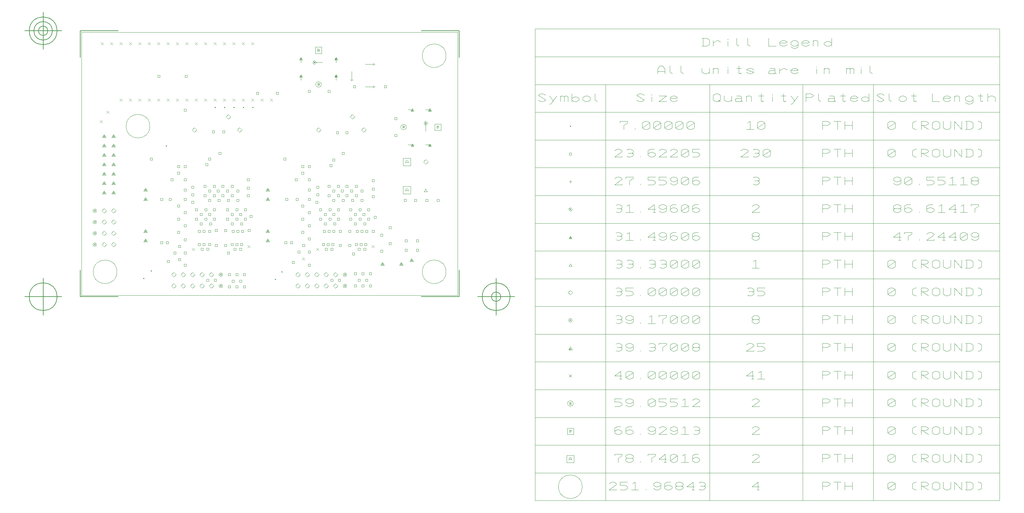
<source format=gbr>
G04 Generated by Ultiboard 13.0 *
%FSLAX25Y25*%
%MOIN*%

%ADD10C,0.00001*%
%ADD11C,0.00039*%
%ADD12C,0.00394*%
%ADD13C,0.00004*%
%ADD14C,0.00500*%


G04 ColorRGB 000000 for the following layer *
%LNDrill Symbols-Copper Top-Copper Bottom*%
%LPD*%
G54D11*
X287206Y227894D02*
X287206Y230650D01*
X285828Y229272D02*
X288583Y229272D01*
X287206Y229272D02*
X287206Y238328D01*
X310633Y220622D02*
X310633Y223378D01*
X309255Y222000D02*
X312011Y222000D01*
X310633Y222000D02*
X301578Y222000D01*
X310633Y244622D02*
X310633Y247378D01*
X309255Y246000D02*
X312011Y246000D01*
X310633Y246000D02*
X301578Y246000D01*
X102819Y36819D02*
X105181Y36819D01*
X105181Y39181D01*
X102819Y39181D01*
X102819Y36819D01*
X108819Y43819D02*
X111181Y43819D01*
X111181Y46181D01*
X108819Y46181D01*
X108819Y43819D01*
X126819Y47819D02*
X129181Y47819D01*
X129181Y50181D01*
X126819Y50181D01*
X126819Y47819D01*
X132819Y47819D02*
X135181Y47819D01*
X135181Y50181D01*
X132819Y50181D01*
X132819Y47819D01*
X161819Y47819D02*
X164181Y47819D01*
X164181Y50181D01*
X161819Y50181D01*
X161819Y47819D01*
X167819Y47819D02*
X170181Y47819D01*
X170181Y50181D01*
X167819Y50181D01*
X167819Y47819D01*
X240819Y44819D02*
X243181Y44819D01*
X243181Y47181D01*
X240819Y47181D01*
X240819Y44819D01*
X258819Y47819D02*
X261181Y47819D01*
X261181Y50181D01*
X258819Y50181D01*
X258819Y47819D01*
X264819Y47819D02*
X267181Y47819D01*
X267181Y50181D01*
X264819Y50181D01*
X264819Y47819D01*
X293819Y47819D02*
X296181Y47819D01*
X296181Y50181D01*
X293819Y50181D01*
X293819Y47819D01*
X299819Y47819D02*
X302181Y47819D01*
X302181Y50181D01*
X299819Y50181D01*
X299819Y47819D01*
X83819Y54819D02*
X86181Y54819D01*
X86181Y57181D01*
X83819Y57181D01*
X83819Y54819D01*
X89819Y54819D02*
X92181Y54819D01*
X92181Y57181D01*
X89819Y57181D01*
X89819Y54819D01*
X102819Y50819D02*
X105181Y50819D01*
X105181Y53181D01*
X102819Y53181D01*
X102819Y50819D01*
X123819Y52819D02*
X126181Y52819D01*
X126181Y55181D01*
X123819Y55181D01*
X123819Y52819D01*
X128819Y52819D02*
X131181Y52819D01*
X131181Y55181D01*
X128819Y55181D01*
X128819Y52819D01*
X134819Y52819D02*
X137181Y52819D01*
X137181Y55181D01*
X134819Y55181D01*
X134819Y52819D01*
X158819Y52819D02*
X161181Y52819D01*
X161181Y55181D01*
X158819Y55181D01*
X158819Y52819D01*
X163819Y52819D02*
X166181Y52819D01*
X166181Y55181D01*
X163819Y55181D01*
X163819Y52819D01*
X168819Y52819D02*
X171181Y52819D01*
X171181Y55181D01*
X168819Y55181D01*
X168819Y52819D01*
X215819Y54819D02*
X218181Y54819D01*
X218181Y57181D01*
X215819Y57181D01*
X215819Y54819D01*
X221819Y54819D02*
X224181Y54819D01*
X224181Y57181D01*
X221819Y57181D01*
X221819Y54819D01*
X234819Y51819D02*
X237181Y51819D01*
X237181Y54181D01*
X234819Y54181D01*
X234819Y51819D01*
X255819Y52819D02*
X258181Y52819D01*
X258181Y55181D01*
X255819Y55181D01*
X255819Y52819D01*
X260819Y52819D02*
X263181Y52819D01*
X263181Y55181D01*
X260819Y55181D01*
X260819Y52819D01*
X265819Y52819D02*
X268181Y52819D01*
X268181Y55181D01*
X265819Y55181D01*
X265819Y52819D01*
X290819Y52819D02*
X293181Y52819D01*
X293181Y55181D01*
X290819Y55181D01*
X290819Y52819D01*
X295819Y52819D02*
X298181Y52819D01*
X298181Y55181D01*
X295819Y55181D01*
X295819Y52819D01*
X300819Y52819D02*
X303181Y52819D01*
X303181Y55181D01*
X300819Y55181D01*
X300819Y52819D01*
X108819Y57819D02*
X111181Y57819D01*
X111181Y60181D01*
X108819Y60181D01*
X108819Y57819D01*
X240819Y58819D02*
X243181Y58819D01*
X243181Y61181D01*
X240819Y61181D01*
X240819Y58819D01*
X101819Y65819D02*
X104181Y65819D01*
X104181Y68181D01*
X101819Y68181D01*
X101819Y65819D01*
X123819Y66819D02*
X126181Y66819D01*
X126181Y69181D01*
X123819Y69181D01*
X123819Y66819D01*
X128819Y66819D02*
X131181Y66819D01*
X131181Y69181D01*
X128819Y69181D01*
X128819Y66819D01*
X134819Y66819D02*
X137181Y66819D01*
X137181Y69181D01*
X134819Y69181D01*
X134819Y66819D01*
X159819Y66819D02*
X162181Y66819D01*
X162181Y69181D01*
X159819Y69181D01*
X159819Y66819D01*
X164819Y66819D02*
X167181Y66819D01*
X167181Y69181D01*
X164819Y69181D01*
X164819Y66819D01*
X169819Y66819D02*
X172181Y66819D01*
X172181Y69181D01*
X169819Y69181D01*
X169819Y66819D01*
X233819Y65819D02*
X236181Y65819D01*
X236181Y68181D01*
X233819Y68181D01*
X233819Y65819D01*
X256819Y66819D02*
X259181Y66819D01*
X259181Y69181D01*
X256819Y69181D01*
X256819Y66819D01*
X261819Y66819D02*
X264181Y66819D01*
X264181Y69181D01*
X261819Y69181D01*
X261819Y66819D01*
X266819Y66819D02*
X269181Y66819D01*
X269181Y69181D01*
X266819Y69181D01*
X266819Y66819D01*
X291819Y66819D02*
X294181Y66819D01*
X294181Y69181D01*
X291819Y69181D01*
X291819Y66819D01*
X296819Y66819D02*
X299181Y66819D01*
X299181Y69181D01*
X296819Y69181D01*
X296819Y66819D01*
X301819Y66819D02*
X304181Y66819D01*
X304181Y69181D01*
X301819Y69181D01*
X301819Y66819D01*
X101819Y79819D02*
X104181Y79819D01*
X104181Y82181D01*
X101819Y82181D01*
X101819Y79819D01*
X108819Y72819D02*
X111181Y72819D01*
X111181Y75181D01*
X108819Y75181D01*
X108819Y72819D01*
X233819Y79819D02*
X236181Y79819D01*
X236181Y82181D01*
X233819Y82181D01*
X233819Y79819D01*
X240819Y72819D02*
X243181Y72819D01*
X243181Y75181D01*
X240819Y75181D01*
X240819Y72819D01*
X108819Y86819D02*
X111181Y86819D01*
X111181Y89181D01*
X108819Y89181D01*
X108819Y86819D01*
X240819Y86819D02*
X243181Y86819D01*
X243181Y89181D01*
X240819Y89181D01*
X240819Y86819D01*
X101819Y93819D02*
X104181Y93819D01*
X104181Y96181D01*
X101819Y96181D01*
X101819Y93819D01*
X233819Y93819D02*
X236181Y93819D01*
X236181Y96181D01*
X233819Y96181D01*
X233819Y93819D01*
X108819Y100819D02*
X111181Y100819D01*
X111181Y103181D01*
X108819Y103181D01*
X108819Y100819D01*
X240819Y100819D02*
X243181Y100819D01*
X243181Y103181D01*
X240819Y103181D01*
X240819Y100819D01*
X108819Y121819D02*
X111181Y121819D01*
X111181Y124181D01*
X108819Y124181D01*
X108819Y121819D01*
X240819Y121819D02*
X243181Y121819D01*
X243181Y124181D01*
X240819Y124181D01*
X240819Y121819D01*
X101819Y128819D02*
X104181Y128819D01*
X104181Y131181D01*
X101819Y131181D01*
X101819Y128819D01*
X233819Y128819D02*
X236181Y128819D01*
X236181Y131181D01*
X233819Y131181D01*
X233819Y128819D01*
X101819Y135819D02*
X104181Y135819D01*
X104181Y138181D01*
X101819Y138181D01*
X101819Y135819D01*
X108819Y135819D02*
X111181Y135819D01*
X111181Y138181D01*
X108819Y138181D01*
X108819Y135819D01*
X131819Y137819D02*
X134181Y137819D01*
X134181Y140181D01*
X131819Y140181D01*
X131819Y137819D01*
X240819Y135819D02*
X243181Y135819D01*
X243181Y138181D01*
X240819Y138181D01*
X240819Y135819D01*
X263819Y136819D02*
X266181Y136819D01*
X266181Y139181D01*
X263819Y139181D01*
X263819Y136819D01*
X266819Y142819D02*
X269181Y142819D01*
X269181Y145181D01*
X266819Y145181D01*
X266819Y142819D01*
X134819Y143819D02*
X137181Y143819D01*
X137181Y146181D01*
X134819Y146181D01*
X134819Y143819D01*
X145819Y149819D02*
X148181Y149819D01*
X148181Y152181D01*
X145819Y152181D01*
X145819Y149819D01*
X214819Y143819D02*
X217181Y143819D01*
X217181Y146181D01*
X214819Y146181D01*
X214819Y143819D01*
X276819Y149819D02*
X279181Y149819D01*
X279181Y152181D01*
X276819Y152181D01*
X276819Y149819D01*
X138819Y172819D02*
X141181Y172819D01*
X141181Y175181D01*
X138819Y175181D01*
X138819Y172819D01*
X149819Y172819D02*
X152181Y172819D01*
X152181Y175181D01*
X149819Y175181D01*
X149819Y172819D01*
X270819Y171819D02*
X273181Y171819D01*
X273181Y174181D01*
X270819Y174181D01*
X270819Y171819D01*
X280819Y171819D02*
X283181Y171819D01*
X283181Y174181D01*
X280819Y174181D01*
X280819Y171819D01*
X108819Y195819D02*
X111181Y195819D01*
X111181Y198181D01*
X108819Y198181D01*
X108819Y195819D01*
X80819Y231819D02*
X83181Y231819D01*
X83181Y234181D01*
X80819Y234181D01*
X80819Y231819D01*
X109819Y231819D02*
X112181Y231819D01*
X112181Y234181D01*
X109819Y234181D01*
X109819Y231819D01*
X206819Y213819D02*
X209181Y213819D01*
X209181Y216181D01*
X206819Y216181D01*
X206819Y213819D01*
X185819Y213819D02*
X188181Y213819D01*
X188181Y216181D01*
X185819Y216181D01*
X185819Y213819D01*
X233819Y135819D02*
X236181Y135819D01*
X236181Y138181D01*
X233819Y138181D01*
X233819Y135819D01*
X317819Y45819D02*
X320181Y45819D01*
X320181Y48181D01*
X317819Y48181D01*
X317819Y45819D01*
X326819Y53819D02*
X329181Y53819D01*
X329181Y56181D01*
X326819Y56181D01*
X326819Y53819D01*
X317819Y62819D02*
X320181Y62819D01*
X320181Y65181D01*
X317819Y65181D01*
X317819Y62819D01*
X326819Y70819D02*
X329181Y70819D01*
X329181Y73181D01*
X326819Y73181D01*
X326819Y70819D01*
X289819Y21819D02*
X292181Y21819D01*
X292181Y24181D01*
X289819Y24181D01*
X289819Y21819D01*
X297819Y21819D02*
X300181Y21819D01*
X300181Y24181D01*
X297819Y24181D01*
X297819Y21819D01*
X305819Y21819D02*
X308181Y21819D01*
X308181Y24181D01*
X305819Y24181D01*
X305819Y21819D01*
X293819Y14819D02*
X296181Y14819D01*
X296181Y17181D01*
X293819Y17181D01*
X293819Y14819D01*
X301819Y14819D02*
X304181Y14819D01*
X304181Y17181D01*
X301819Y17181D01*
X301819Y14819D01*
X289819Y8819D02*
X292181Y8819D01*
X292181Y11181D01*
X289819Y11181D01*
X289819Y8819D01*
X297819Y8819D02*
X300181Y8819D01*
X300181Y11181D01*
X297819Y11181D01*
X297819Y8819D01*
X305819Y8819D02*
X308181Y8819D01*
X308181Y11181D01*
X305819Y11181D01*
X305819Y8819D01*
X308819Y66819D02*
X311181Y66819D01*
X311181Y69181D01*
X308819Y69181D01*
X308819Y66819D01*
X310819Y81819D02*
X313181Y81819D01*
X313181Y84181D01*
X310819Y84181D01*
X310819Y81819D01*
X308819Y103819D02*
X311181Y103819D01*
X311181Y106181D01*
X308819Y106181D01*
X308819Y103819D01*
X308819Y111819D02*
X311181Y111819D01*
X311181Y114181D01*
X308819Y114181D01*
X308819Y111819D01*
X308819Y120819D02*
X311181Y120819D01*
X311181Y123181D01*
X308819Y123181D01*
X308819Y120819D01*
X287819Y42819D02*
X290181Y42819D01*
X290181Y45181D01*
X287819Y45181D01*
X287819Y42819D01*
X283819Y51819D02*
X286181Y51819D01*
X286181Y54181D01*
X283819Y54181D01*
X283819Y51819D01*
X283819Y66819D02*
X286181Y66819D01*
X286181Y69181D01*
X283819Y69181D01*
X283819Y66819D01*
X240819Y110819D02*
X243181Y110819D01*
X243181Y113181D01*
X240819Y113181D01*
X240819Y110819D01*
X240819Y30819D02*
X243181Y30819D01*
X243181Y33181D01*
X240819Y33181D01*
X240819Y30819D01*
X223819Y33819D02*
X226181Y33819D01*
X226181Y36181D01*
X223819Y36181D01*
X223819Y33819D01*
X229819Y44819D02*
X232181Y44819D01*
X232181Y47181D01*
X229819Y47181D01*
X229819Y44819D01*
X108819Y30819D02*
X111181Y30819D01*
X111181Y33181D01*
X108819Y33181D01*
X108819Y30819D01*
X97819Y43819D02*
X100181Y43819D01*
X100181Y46181D01*
X97819Y46181D01*
X97819Y43819D01*
X90819Y34819D02*
X93181Y34819D01*
X93181Y37181D01*
X90819Y37181D01*
X90819Y34819D01*
X108819Y110819D02*
X111181Y110819D01*
X111181Y113181D01*
X108819Y113181D01*
X108819Y110819D01*
X94819Y121819D02*
X97181Y121819D01*
X97181Y124181D01*
X94819Y124181D01*
X94819Y121819D01*
X226819Y121819D02*
X229181Y121819D01*
X229181Y124181D01*
X226819Y124181D01*
X226819Y121819D01*
X92819Y100819D02*
X95181Y100819D01*
X95181Y103181D01*
X92819Y103181D01*
X92819Y100819D01*
X83819Y100819D02*
X86181Y100819D01*
X86181Y103181D01*
X83819Y103181D01*
X83819Y100819D01*
X227819Y100819D02*
X230181Y100819D01*
X230181Y103181D01*
X227819Y103181D01*
X227819Y100819D01*
X216819Y100819D02*
X219181Y100819D01*
X219181Y103181D01*
X216819Y103181D01*
X216819Y100819D01*
X249819Y113819D02*
X252181Y113819D01*
X252181Y116181D01*
X249819Y116181D01*
X249819Y113819D01*
X249819Y105819D02*
X252181Y105819D01*
X252181Y108181D01*
X249819Y108181D01*
X249819Y105819D01*
X248819Y97819D02*
X251181Y97819D01*
X251181Y100181D01*
X248819Y100181D01*
X248819Y97819D01*
X273819Y66819D02*
X276181Y66819D01*
X276181Y69181D01*
X273819Y69181D01*
X273819Y66819D01*
X273819Y51819D02*
X276181Y51819D01*
X276181Y54181D01*
X273819Y54181D01*
X273819Y51819D01*
X175819Y121819D02*
X178181Y121819D01*
X178181Y124181D01*
X175819Y124181D01*
X175819Y121819D01*
X175819Y112819D02*
X178181Y112819D01*
X178181Y115181D01*
X175819Y115181D01*
X175819Y112819D01*
X175819Y104819D02*
X178181Y104819D01*
X178181Y107181D01*
X175819Y107181D01*
X175819Y104819D01*
X154819Y43819D02*
X157181Y43819D01*
X157181Y46181D01*
X154819Y46181D01*
X154819Y43819D01*
X178819Y82819D02*
X181181Y82819D01*
X181181Y85181D01*
X178819Y85181D01*
X178819Y82819D01*
X151819Y67819D02*
X154181Y67819D01*
X154181Y70181D01*
X151819Y70181D01*
X151819Y67819D01*
X151819Y51819D02*
X154181Y51819D01*
X154181Y54181D01*
X151819Y54181D01*
X151819Y51819D01*
X176819Y67819D02*
X179181Y67819D01*
X179181Y70181D01*
X176819Y70181D01*
X176819Y67819D01*
X116819Y113819D02*
X119181Y113819D01*
X119181Y116181D01*
X116819Y116181D01*
X116819Y113819D01*
X116819Y105819D02*
X119181Y105819D01*
X119181Y108181D01*
X116819Y108181D01*
X116819Y105819D01*
X116819Y97819D02*
X119181Y97819D01*
X119181Y100181D01*
X116819Y100181D01*
X116819Y97819D01*
X141819Y67819D02*
X144181Y67819D01*
X144181Y70181D01*
X141819Y70181D01*
X141819Y67819D01*
X141819Y51819D02*
X144181Y51819D01*
X144181Y54181D01*
X141819Y54181D01*
X141819Y51819D01*
X172819Y89819D02*
X175181Y89819D01*
X175181Y92181D01*
X172819Y92181D01*
X172819Y89819D01*
X158819Y74819D02*
X161181Y74819D01*
X161181Y77181D01*
X158819Y77181D01*
X158819Y74819D01*
X168819Y74819D02*
X171181Y74819D01*
X171181Y77181D01*
X168819Y77181D01*
X168819Y74819D01*
X172819Y79819D02*
X175181Y79819D01*
X175181Y82181D01*
X172819Y82181D01*
X172819Y79819D01*
X163819Y89819D02*
X166181Y89819D01*
X166181Y92181D01*
X163819Y92181D01*
X163819Y89819D01*
X153819Y89819D02*
X156181Y89819D01*
X156181Y92181D01*
X153819Y92181D01*
X153819Y89819D01*
X158819Y84819D02*
X161181Y84819D01*
X161181Y87181D01*
X158819Y87181D01*
X158819Y84819D01*
X167819Y84819D02*
X170181Y84819D01*
X170181Y87181D01*
X167819Y87181D01*
X167819Y84819D01*
X153819Y79819D02*
X156181Y79819D01*
X156181Y82181D01*
X153819Y82181D01*
X153819Y79819D01*
X163819Y79819D02*
X166181Y79819D01*
X166181Y82181D01*
X163819Y82181D01*
X163819Y79819D01*
X125819Y74819D02*
X128181Y74819D01*
X128181Y77181D01*
X125819Y77181D01*
X125819Y74819D01*
X120819Y79819D02*
X123181Y79819D01*
X123181Y82181D01*
X120819Y82181D01*
X120819Y79819D01*
X130819Y79819D02*
X133181Y79819D01*
X133181Y82181D01*
X130819Y82181D01*
X130819Y79819D01*
X135819Y74819D02*
X138181Y74819D01*
X138181Y77181D01*
X135819Y77181D01*
X135819Y74819D01*
X139819Y79819D02*
X142181Y79819D01*
X142181Y82181D01*
X139819Y82181D01*
X139819Y79819D01*
X125819Y84819D02*
X128181Y84819D01*
X128181Y87181D01*
X125819Y87181D01*
X125819Y84819D01*
X134819Y84819D02*
X137181Y84819D01*
X137181Y87181D01*
X134819Y87181D01*
X134819Y84819D01*
X120819Y89819D02*
X123181Y89819D01*
X123181Y92181D01*
X120819Y92181D01*
X120819Y89819D01*
X130819Y89819D02*
X133181Y89819D01*
X133181Y92181D01*
X130819Y92181D01*
X130819Y89819D01*
X139819Y89819D02*
X142181Y89819D01*
X142181Y92181D01*
X139819Y92181D01*
X139819Y89819D01*
X257819Y74819D02*
X260181Y74819D01*
X260181Y77181D01*
X257819Y77181D01*
X257819Y74819D01*
X252819Y79819D02*
X255181Y79819D01*
X255181Y82181D01*
X252819Y82181D01*
X252819Y79819D01*
X262819Y79819D02*
X265181Y79819D01*
X265181Y82181D01*
X262819Y82181D01*
X262819Y79819D01*
X267819Y74819D02*
X270181Y74819D01*
X270181Y77181D01*
X267819Y77181D01*
X267819Y74819D01*
X271819Y79819D02*
X274181Y79819D01*
X274181Y82181D01*
X271819Y82181D01*
X271819Y79819D01*
X257819Y84819D02*
X260181Y84819D01*
X260181Y87181D01*
X257819Y87181D01*
X257819Y84819D01*
X266819Y84819D02*
X269181Y84819D01*
X269181Y87181D01*
X266819Y87181D01*
X266819Y84819D01*
X252819Y89819D02*
X255181Y89819D01*
X255181Y92181D01*
X252819Y92181D01*
X252819Y89819D01*
X262819Y89819D02*
X265181Y89819D01*
X265181Y92181D01*
X262819Y92181D01*
X262819Y89819D01*
X271819Y89819D02*
X274181Y89819D01*
X274181Y92181D01*
X271819Y92181D01*
X271819Y89819D01*
X289819Y74819D02*
X292181Y74819D01*
X292181Y77181D01*
X289819Y77181D01*
X289819Y74819D01*
X284819Y79819D02*
X287181Y79819D01*
X287181Y82181D01*
X284819Y82181D01*
X284819Y79819D01*
X294819Y79819D02*
X297181Y79819D01*
X297181Y82181D01*
X294819Y82181D01*
X294819Y79819D01*
X299819Y74819D02*
X302181Y74819D01*
X302181Y77181D01*
X299819Y77181D01*
X299819Y74819D01*
X303819Y79819D02*
X306181Y79819D01*
X306181Y82181D01*
X303819Y82181D01*
X303819Y79819D01*
X289819Y84819D02*
X292181Y84819D01*
X292181Y87181D01*
X289819Y87181D01*
X289819Y84819D01*
X298819Y84819D02*
X301181Y84819D01*
X301181Y87181D01*
X298819Y87181D01*
X298819Y84819D01*
X284819Y89819D02*
X287181Y89819D01*
X287181Y92181D01*
X284819Y92181D01*
X284819Y89819D01*
X294819Y89819D02*
X297181Y89819D01*
X297181Y92181D01*
X294819Y92181D01*
X294819Y89819D01*
X303819Y89819D02*
X306181Y89819D01*
X306181Y92181D01*
X303819Y92181D01*
X303819Y89819D01*
X266819Y99819D02*
X269181Y99819D01*
X269181Y102181D01*
X266819Y102181D01*
X266819Y99819D01*
X261819Y104819D02*
X264181Y104819D01*
X264181Y107181D01*
X261819Y107181D01*
X261819Y104819D01*
X271819Y104819D02*
X274181Y104819D01*
X274181Y107181D01*
X271819Y107181D01*
X271819Y104819D01*
X276819Y99819D02*
X279181Y99819D01*
X279181Y102181D01*
X276819Y102181D01*
X276819Y99819D01*
X280819Y104819D02*
X283181Y104819D01*
X283181Y107181D01*
X280819Y107181D01*
X280819Y104819D01*
X266819Y109819D02*
X269181Y109819D01*
X269181Y112181D01*
X266819Y112181D01*
X266819Y109819D01*
X275819Y109819D02*
X278181Y109819D01*
X278181Y112181D01*
X275819Y112181D01*
X275819Y109819D01*
X261819Y114819D02*
X264181Y114819D01*
X264181Y117181D01*
X261819Y117181D01*
X261819Y114819D01*
X271819Y114819D02*
X274181Y114819D01*
X274181Y117181D01*
X271819Y117181D01*
X271819Y114819D01*
X280819Y114819D02*
X283181Y114819D01*
X283181Y117181D01*
X280819Y117181D01*
X280819Y114819D01*
X134819Y99819D02*
X137181Y99819D01*
X137181Y102181D01*
X134819Y102181D01*
X134819Y99819D01*
X129819Y104819D02*
X132181Y104819D01*
X132181Y107181D01*
X129819Y107181D01*
X129819Y104819D01*
X139819Y104819D02*
X142181Y104819D01*
X142181Y107181D01*
X139819Y107181D01*
X139819Y104819D01*
X144819Y99819D02*
X147181Y99819D01*
X147181Y102181D01*
X144819Y102181D01*
X144819Y99819D01*
X148819Y104819D02*
X151181Y104819D01*
X151181Y107181D01*
X148819Y107181D01*
X148819Y104819D01*
X134819Y109819D02*
X137181Y109819D01*
X137181Y112181D01*
X134819Y112181D01*
X134819Y109819D01*
X143819Y109819D02*
X146181Y109819D01*
X146181Y112181D01*
X143819Y112181D01*
X143819Y109819D01*
X129819Y114819D02*
X132181Y114819D01*
X132181Y117181D01*
X129819Y117181D01*
X129819Y114819D01*
X139819Y114819D02*
X142181Y114819D01*
X142181Y117181D01*
X139819Y117181D01*
X139819Y114819D01*
X148819Y114819D02*
X151181Y114819D01*
X151181Y117181D01*
X148819Y117181D01*
X148819Y114819D01*
X154819Y99819D02*
X157181Y99819D01*
X157181Y102181D01*
X154819Y102181D01*
X154819Y99819D01*
X158819Y104819D02*
X161181Y104819D01*
X161181Y107181D01*
X158819Y107181D01*
X158819Y104819D01*
X153819Y109819D02*
X156181Y109819D01*
X156181Y112181D01*
X153819Y112181D01*
X153819Y109819D01*
X158819Y114819D02*
X161181Y114819D01*
X161181Y117181D01*
X158819Y117181D01*
X158819Y114819D01*
X164819Y109819D02*
X167181Y109819D01*
X167181Y112181D01*
X164819Y112181D01*
X164819Y109819D01*
X164819Y99819D02*
X167181Y99819D01*
X167181Y102181D01*
X164819Y102181D01*
X164819Y99819D01*
X286819Y99819D02*
X289181Y99819D01*
X289181Y102181D01*
X286819Y102181D01*
X286819Y99819D01*
X296819Y99819D02*
X299181Y99819D01*
X299181Y102181D01*
X296819Y102181D01*
X296819Y99819D01*
X290819Y104819D02*
X293181Y104819D01*
X293181Y107181D01*
X290819Y107181D01*
X290819Y104819D01*
X285819Y109819D02*
X288181Y109819D01*
X288181Y112181D01*
X285819Y112181D01*
X285819Y109819D01*
X296819Y109819D02*
X299181Y109819D01*
X299181Y112181D01*
X296819Y112181D01*
X296819Y109819D01*
X290819Y114819D02*
X293181Y114819D01*
X293181Y117181D01*
X290819Y117181D01*
X290819Y114819D01*
X155819Y7819D02*
X158181Y7819D01*
X158181Y10181D01*
X155819Y10181D01*
X155819Y7819D01*
X159819Y13819D02*
X162181Y13819D01*
X162181Y16181D01*
X159819Y16181D01*
X159819Y13819D01*
X163819Y7819D02*
X166181Y7819D01*
X166181Y10181D01*
X163819Y10181D01*
X163819Y7819D01*
X167819Y13819D02*
X170181Y13819D01*
X170181Y16181D01*
X167819Y16181D01*
X167819Y13819D01*
X171819Y7819D02*
X174181Y7819D01*
X174181Y10181D01*
X171819Y10181D01*
X171819Y7819D01*
X155819Y20819D02*
X158181Y20819D01*
X158181Y23181D01*
X155819Y23181D01*
X155819Y20819D01*
X163819Y20819D02*
X166181Y20819D01*
X166181Y23181D01*
X163819Y23181D01*
X163819Y20819D01*
X171819Y20819D02*
X174181Y20819D01*
X174181Y23181D01*
X171819Y23181D01*
X171819Y20819D01*
X240819Y215819D02*
X243181Y215819D01*
X243181Y218181D01*
X240819Y218181D01*
X240819Y215819D01*
X261819Y215819D02*
X264181Y215819D01*
X264181Y218181D01*
X261819Y218181D01*
X261819Y215819D01*
X288819Y220819D02*
X291181Y220819D01*
X291181Y223181D01*
X288819Y223181D01*
X288819Y220819D01*
X321819Y220819D02*
X324181Y220819D01*
X324181Y223181D01*
X321819Y223181D01*
X321819Y220819D01*
X332819Y186819D02*
X335181Y186819D01*
X335181Y189181D01*
X332819Y189181D01*
X332819Y186819D01*
X332819Y168819D02*
X335181Y168819D01*
X335181Y171181D01*
X332819Y171181D01*
X332819Y168819D01*
X342819Y99819D02*
X345181Y99819D01*
X345181Y102181D01*
X342819Y102181D01*
X342819Y99819D01*
X353819Y99819D02*
X356181Y99819D01*
X356181Y102181D01*
X353819Y102181D01*
X353819Y99819D01*
X365819Y99819D02*
X368181Y99819D01*
X368181Y102181D01*
X365819Y102181D01*
X365819Y99819D01*
X377819Y99819D02*
X380181Y99819D01*
X380181Y102181D01*
X377819Y102181D01*
X377819Y99819D01*
X132819Y14819D02*
X135181Y14819D01*
X135181Y17181D01*
X132819Y17181D01*
X132819Y14819D01*
X264819Y14819D02*
X267181Y14819D01*
X267181Y17181D01*
X264819Y17181D01*
X264819Y14819D01*
X140819Y14819D02*
X143181Y14819D01*
X143181Y17181D01*
X140819Y17181D01*
X140819Y14819D01*
X272819Y14819D02*
X275181Y14819D01*
X275181Y17181D01*
X272819Y17181D01*
X272819Y14819D01*
X72819Y143819D02*
X75181Y143819D01*
X75181Y146181D01*
X72819Y146181D01*
X72819Y143819D01*
X355819Y56819D02*
X358181Y56819D01*
X358181Y59181D01*
X355819Y59181D01*
X355819Y56819D01*
X343819Y56819D02*
X346181Y56819D01*
X346181Y59181D01*
X343819Y59181D01*
X343819Y56819D01*
X355819Y46819D02*
X358181Y46819D01*
X358181Y49181D01*
X355819Y49181D01*
X355819Y46819D01*
X343819Y46819D02*
X346181Y46819D01*
X346181Y49181D01*
X343819Y49181D01*
X343819Y46819D01*
X168000Y173525D02*
X170475Y176000D01*
X168000Y178475D01*
X165525Y176000D01*
X168000Y173525D01*
X156000Y187525D02*
X158475Y190000D01*
X156000Y192475D01*
X153525Y190000D01*
X156000Y187525D01*
X252000Y173525D02*
X254475Y176000D01*
X252000Y178475D01*
X249525Y176000D01*
X252000Y173525D01*
X364334Y110334D02*
X367667Y110334D01*
X366000Y113178D01*
X364334Y110334D01*
X366000Y139525D02*
X368475Y142000D01*
X366000Y144475D01*
X363525Y142000D01*
X366000Y139525D01*
X24000Y63525D02*
X26475Y66000D01*
X24000Y68475D01*
X21525Y66000D01*
X24000Y63525D01*
X13238Y65440D02*
X13238Y66280D01*
X13674Y66839D01*
X14109Y66839D01*
X14544Y66280D01*
X14544Y65440D01*
X13238Y65860D02*
X14544Y65860D01*
X12042Y66000D02*
G75*
D01*
G02X12042Y66000I1958J0*
G01*
X34000Y63525D02*
X36475Y66000D01*
X34000Y68475D01*
X31525Y66000D01*
X34000Y63525D01*
X24000Y75525D02*
X26475Y78000D01*
X24000Y80475D01*
X21525Y78000D01*
X24000Y75525D01*
X13238Y77440D02*
X13238Y78280D01*
X13674Y78839D01*
X14109Y78839D01*
X14544Y78280D01*
X14544Y77440D01*
X13238Y77860D02*
X14544Y77860D01*
X12042Y78000D02*
G75*
D01*
G02X12042Y78000I1958J0*
G01*
X34000Y75525D02*
X36475Y78000D01*
X34000Y80475D01*
X31525Y78000D01*
X34000Y75525D01*
X24000Y87525D02*
X26475Y90000D01*
X24000Y92475D01*
X21525Y90000D01*
X24000Y87525D01*
X13238Y89440D02*
X13238Y90280D01*
X13674Y90839D01*
X14109Y90839D01*
X14544Y90280D01*
X14544Y89440D01*
X13238Y89860D02*
X14544Y89860D01*
X12042Y90000D02*
G75*
D01*
G02X12042Y90000I1958J0*
G01*
X34000Y87525D02*
X36475Y90000D01*
X34000Y92475D01*
X31525Y90000D01*
X34000Y87525D01*
X24000Y51525D02*
X26475Y54000D01*
X24000Y56475D01*
X21525Y54000D01*
X24000Y51525D01*
X13238Y53440D02*
X13238Y54280D01*
X13674Y54839D01*
X14109Y54839D01*
X14544Y54280D01*
X14544Y53440D01*
X13238Y53860D02*
X14544Y53860D01*
X12042Y54000D02*
G75*
D01*
G02X12042Y54000I1958J0*
G01*
X34000Y51525D02*
X36475Y54000D01*
X34000Y56475D01*
X31525Y54000D01*
X34000Y51525D01*
X138000Y7525D02*
X140475Y10000D01*
X138000Y12475D01*
X135525Y10000D01*
X138000Y7525D01*
X147238Y9440D02*
X147238Y10280D01*
X147674Y10839D01*
X148109Y10839D01*
X148544Y10280D01*
X148544Y9440D01*
X147238Y9860D02*
X148544Y9860D01*
X146042Y10000D02*
G75*
D01*
G02X146042Y10000I1958J0*
G01*
X128000Y7525D02*
X130475Y10000D01*
X128000Y12475D01*
X125525Y10000D01*
X128000Y7525D01*
X108000Y7525D02*
X110475Y10000D01*
X108000Y12475D01*
X105525Y10000D01*
X108000Y7525D01*
X118000Y7525D02*
X120475Y10000D01*
X118000Y12475D01*
X115525Y10000D01*
X118000Y7525D01*
X98000Y7525D02*
X100475Y10000D01*
X98000Y12475D01*
X95525Y10000D01*
X98000Y7525D01*
X138000Y19525D02*
X140475Y22000D01*
X138000Y24475D01*
X135525Y22000D01*
X138000Y19525D01*
X147238Y21440D02*
X147238Y22280D01*
X147674Y22839D01*
X148109Y22839D01*
X148544Y22280D01*
X148544Y21440D01*
X147238Y21860D02*
X148544Y21860D01*
X146042Y22000D02*
G75*
D01*
G02X146042Y22000I1958J0*
G01*
X128000Y19525D02*
X130475Y22000D01*
X128000Y24475D01*
X125525Y22000D01*
X128000Y19525D01*
X108000Y19525D02*
X110475Y22000D01*
X108000Y24475D01*
X105525Y22000D01*
X108000Y19525D01*
X118000Y19525D02*
X120475Y22000D01*
X118000Y24475D01*
X115525Y22000D01*
X118000Y19525D01*
X98000Y19525D02*
X100475Y22000D01*
X98000Y24475D01*
X95525Y22000D01*
X98000Y19525D01*
X270000Y7525D02*
X272475Y10000D01*
X270000Y12475D01*
X267525Y10000D01*
X270000Y7525D01*
X279238Y9440D02*
X279238Y10280D01*
X279674Y10839D01*
X280109Y10839D01*
X280544Y10280D01*
X280544Y9440D01*
X279238Y9860D02*
X280544Y9860D01*
X278042Y10000D02*
G75*
D01*
G02X278042Y10000I1958J0*
G01*
X260000Y7525D02*
X262475Y10000D01*
X260000Y12475D01*
X257525Y10000D01*
X260000Y7525D01*
X240000Y7525D02*
X242475Y10000D01*
X240000Y12475D01*
X237525Y10000D01*
X240000Y7525D01*
X250000Y7525D02*
X252475Y10000D01*
X250000Y12475D01*
X247525Y10000D01*
X250000Y7525D01*
X230000Y7525D02*
X232475Y10000D01*
X230000Y12475D01*
X227525Y10000D01*
X230000Y7525D01*
X270000Y19525D02*
X272475Y22000D01*
X270000Y24475D01*
X267525Y22000D01*
X270000Y19525D01*
X279238Y21440D02*
X279238Y22280D01*
X279674Y22839D01*
X280109Y22839D01*
X280544Y22280D01*
X280544Y21440D01*
X279238Y21860D02*
X280544Y21860D01*
X278042Y22000D02*
G75*
D01*
G02X278042Y22000I1958J0*
G01*
X260000Y19525D02*
X262475Y22000D01*
X260000Y24475D01*
X257525Y22000D01*
X260000Y19525D01*
X240000Y19525D02*
X242475Y22000D01*
X240000Y24475D01*
X237525Y22000D01*
X240000Y19525D01*
X250000Y19525D02*
X252475Y22000D01*
X250000Y24475D01*
X247525Y22000D01*
X250000Y19525D01*
X230000Y19525D02*
X232475Y22000D01*
X230000Y24475D01*
X227525Y22000D01*
X230000Y19525D01*
X120000Y173525D02*
X122475Y176000D01*
X120000Y178475D01*
X117525Y176000D01*
X120000Y173525D01*
X300000Y173525D02*
X302475Y176000D01*
X300000Y178475D01*
X297525Y176000D01*
X300000Y173525D01*
X288000Y187525D02*
X290475Y190000D01*
X288000Y192475D01*
X285525Y190000D01*
X288000Y187525D01*
X141864Y199900D02*
X141864Y200050D01*
X141942Y200150D01*
X142019Y200150D01*
X142097Y200050D01*
X142097Y199900D01*
X141864Y199975D02*
X142097Y199975D01*
X142000Y199505D02*
X142495Y200000D01*
X142000Y200495D01*
X141505Y200000D01*
X142000Y199505D01*
X151864Y199900D02*
X151864Y200050D01*
X151942Y200150D01*
X152019Y200150D01*
X152097Y200050D01*
X152097Y199900D01*
X151864Y199975D02*
X152097Y199975D01*
X152000Y199505D02*
X152495Y200000D01*
X152000Y200495D01*
X151505Y200000D01*
X152000Y199505D01*
X161864Y199900D02*
X161864Y200050D01*
X161942Y200150D01*
X162019Y200150D01*
X162097Y200050D01*
X162097Y199900D01*
X161864Y199975D02*
X162097Y199975D01*
X162000Y199505D02*
X162495Y200000D01*
X162000Y200495D01*
X161505Y200000D01*
X162000Y199505D01*
X171864Y199900D02*
X171864Y200050D01*
X171942Y200150D01*
X172019Y200150D01*
X172097Y200050D01*
X172097Y199900D01*
X171864Y199975D02*
X172097Y199975D01*
X172000Y199505D02*
X172495Y200000D01*
X172000Y200495D01*
X171505Y200000D01*
X172000Y199505D01*
X181864Y199900D02*
X181864Y200050D01*
X181942Y200150D01*
X182019Y200150D01*
X182097Y200050D01*
X182097Y199900D01*
X181864Y199975D02*
X182097Y199975D01*
X182000Y199505D02*
X182495Y200000D01*
X182000Y200495D01*
X181505Y200000D01*
X182000Y199505D01*
X73864Y25900D02*
X73864Y26050D01*
X73942Y26150D01*
X74019Y26150D01*
X74097Y26050D01*
X74097Y25900D01*
X73864Y25975D02*
X74097Y25975D01*
X74000Y25505D02*
X74495Y26000D01*
X74000Y26495D01*
X73505Y26000D01*
X74000Y25505D01*
X65864Y17900D02*
X65864Y18050D01*
X65942Y18150D01*
X66019Y18150D01*
X66097Y18050D01*
X66097Y17900D01*
X65864Y17975D02*
X66097Y17975D01*
X66000Y17505D02*
X66495Y18000D01*
X66000Y18495D01*
X65505Y18000D01*
X66000Y17505D01*
X212864Y24900D02*
X212864Y25050D01*
X212942Y25150D01*
X213019Y25150D01*
X213097Y25050D01*
X213097Y24900D01*
X212864Y24975D02*
X213097Y24975D01*
X213000Y24505D02*
X213495Y25000D01*
X213000Y25495D01*
X212505Y25000D01*
X213000Y24505D01*
X205864Y16900D02*
X205864Y17050D01*
X205942Y17150D01*
X206019Y17150D01*
X206097Y17050D01*
X206097Y16900D01*
X205864Y16975D02*
X206097Y16975D01*
X206000Y16505D02*
X206495Y17000D01*
X206000Y17495D01*
X205505Y17000D01*
X206000Y16505D01*
X89864Y158900D02*
X89864Y159050D01*
X89942Y159150D01*
X90019Y159150D01*
X90097Y159050D01*
X90097Y158900D01*
X89864Y158975D02*
X90097Y158975D01*
X90000Y158505D02*
X90495Y159000D01*
X90000Y159495D01*
X89505Y159000D01*
X90000Y158505D01*
X365388Y182881D02*
X366087Y182881D01*
X366437Y183106D01*
X366437Y183218D01*
X366087Y183443D01*
X366437Y183668D01*
X366437Y183781D01*
X366087Y184006D01*
X365563Y184006D01*
X365388Y184006D01*
X365563Y183443D02*
X366087Y183443D01*
X365563Y184006D02*
X365563Y182881D01*
X366000Y181104D02*
X368227Y183331D01*
X366000Y185558D01*
X363773Y183331D01*
X366000Y181104D01*
X366000Y183331D02*
X366000Y174669D01*
X369718Y196463D02*
X370418Y196463D01*
X370768Y196688D01*
X370768Y196801D01*
X370418Y197026D01*
X370768Y197251D01*
X370768Y197363D01*
X370418Y197588D01*
X369893Y197588D01*
X369718Y197588D01*
X369893Y197026D02*
X370418Y197026D01*
X369893Y197588D02*
X369893Y196463D01*
X368756Y196126D02*
X371906Y196126D01*
X370331Y198814D01*
X368756Y196126D01*
X370331Y197701D02*
X365606Y197701D01*
X351214Y159062D02*
X351914Y159062D01*
X352264Y159287D01*
X352264Y159399D01*
X351914Y159624D01*
X352264Y159849D01*
X352264Y159962D01*
X351914Y160187D01*
X351389Y160187D01*
X351214Y160187D01*
X351389Y159624D02*
X351914Y159624D01*
X351389Y160187D02*
X351389Y159062D01*
X350252Y158724D02*
X353402Y158724D01*
X351827Y161413D01*
X350252Y158724D01*
X351827Y160299D02*
X347102Y160299D01*
X351214Y196463D02*
X351914Y196463D01*
X352264Y196688D01*
X352264Y196801D01*
X351914Y197026D01*
X352264Y197251D01*
X352264Y197363D01*
X351914Y197588D01*
X351389Y197588D01*
X351214Y197588D01*
X351389Y197026D02*
X351914Y197026D01*
X351389Y197588D02*
X351389Y196463D01*
X350252Y196126D02*
X353402Y196126D01*
X351827Y198814D01*
X350252Y196126D01*
X351827Y197701D02*
X347102Y197701D01*
X369718Y159062D02*
X370418Y159062D01*
X370768Y159287D01*
X370768Y159399D01*
X370418Y159624D01*
X370768Y159849D01*
X370768Y159962D01*
X370418Y160187D01*
X369893Y160187D01*
X369718Y160187D01*
X369893Y159624D02*
X370418Y159624D01*
X369893Y160187D02*
X369893Y159062D01*
X368756Y158724D02*
X371906Y158724D01*
X370331Y161413D01*
X368756Y158724D01*
X370331Y160299D02*
X365606Y160299D01*
X232687Y251093D02*
X233387Y251093D01*
X233737Y251318D01*
X233737Y251431D01*
X233387Y251656D01*
X233737Y251881D01*
X233737Y251993D01*
X233387Y252218D01*
X232862Y252218D01*
X232687Y252218D01*
X232862Y251656D02*
X233387Y251656D01*
X232862Y252218D02*
X232862Y251093D01*
X231724Y250756D02*
X234874Y250756D01*
X233299Y253444D01*
X231724Y250756D01*
X233299Y252331D02*
X233299Y247606D01*
X270088Y232589D02*
X270788Y232589D01*
X271138Y232814D01*
X271138Y232927D01*
X270788Y233152D01*
X271138Y233377D01*
X271138Y233489D01*
X270788Y233714D01*
X270263Y233714D01*
X270088Y233714D01*
X270263Y233152D02*
X270788Y233152D01*
X270263Y233714D02*
X270263Y232589D01*
X269126Y232252D02*
X272276Y232252D01*
X270701Y234940D01*
X269126Y232252D01*
X270701Y233827D02*
X270701Y229102D01*
X232687Y232589D02*
X233387Y232589D01*
X233737Y232814D01*
X233737Y232927D01*
X233387Y233152D01*
X233737Y233377D01*
X233737Y233489D01*
X233387Y233714D01*
X232862Y233714D01*
X232687Y233714D01*
X232862Y233152D02*
X233387Y233152D01*
X232862Y233714D02*
X232862Y232589D01*
X231724Y232252D02*
X234874Y232252D01*
X233299Y234940D01*
X231724Y232252D01*
X233299Y233827D02*
X233299Y229102D01*
X270088Y251093D02*
X270788Y251093D01*
X271138Y251318D01*
X271138Y251431D01*
X270788Y251656D01*
X271138Y251881D01*
X271138Y251993D01*
X270788Y252218D01*
X270263Y252218D01*
X270088Y252218D01*
X270263Y251656D02*
X270788Y251656D01*
X270263Y252218D02*
X270263Y251093D01*
X269126Y250756D02*
X272276Y250756D01*
X270701Y253444D01*
X269126Y250756D01*
X270701Y252331D02*
X270701Y247606D01*
X247057Y247550D02*
X247757Y247550D01*
X248107Y247775D01*
X248107Y247888D01*
X247757Y248112D01*
X248107Y248337D01*
X248107Y248450D01*
X247757Y248675D01*
X247232Y248675D01*
X247057Y248675D01*
X247232Y248112D02*
X247757Y248112D01*
X247232Y248675D02*
X247232Y247550D01*
X247669Y245773D02*
X249896Y248000D01*
X247669Y250227D01*
X245442Y248000D01*
X247669Y245773D01*
X247669Y248000D02*
X256331Y248000D01*
X519045Y-27130D02*
X519045Y-26291D01*
X519481Y-25731D01*
X519916Y-25731D01*
X520351Y-26291D01*
X520351Y-27130D01*
X519045Y-26711D02*
X520351Y-26711D01*
X517849Y-26571D02*
G75*
D01*
G02X517849Y-26571I1958J0*
G01*
X519807Y482D02*
X522282Y2957D01*
X519807Y5432D01*
X517332Y2957D01*
X519807Y482D01*
X518141Y30818D02*
X521474Y30818D01*
X519807Y33663D01*
X518141Y30818D01*
X519195Y60775D02*
X519895Y60775D01*
X520245Y60999D01*
X520245Y61112D01*
X519895Y61337D01*
X520245Y61562D01*
X520245Y61674D01*
X519895Y61899D01*
X519370Y61899D01*
X519195Y61899D01*
X519370Y61337D02*
X519895Y61337D01*
X519370Y61899D02*
X519370Y60775D01*
X518232Y60437D02*
X521382Y60437D01*
X519807Y63125D01*
X518232Y60437D01*
X519195Y91089D02*
X519895Y91089D01*
X520245Y91314D01*
X520245Y91427D01*
X519895Y91652D01*
X520245Y91877D01*
X520245Y91989D01*
X519895Y92214D01*
X519370Y92214D01*
X519195Y92214D01*
X519370Y91652D02*
X519895Y91652D01*
X519370Y92214D02*
X519370Y91089D01*
X519807Y89312D02*
X522034Y91539D01*
X519807Y93767D01*
X517580Y91539D01*
X519807Y89312D01*
X518429Y121067D02*
X521185Y121067D01*
X519807Y119689D02*
X519807Y122445D01*
X518626Y149413D02*
X520988Y149413D01*
X520988Y151776D01*
X518626Y151776D01*
X518626Y149413D01*
X519671Y180022D02*
X519671Y180172D01*
X519749Y180272D01*
X519827Y180272D01*
X519904Y180172D01*
X519904Y180022D01*
X519671Y180097D02*
X519904Y180097D01*
X519807Y179627D02*
X520302Y180122D01*
X519807Y180617D01*
X519312Y180122D01*
X519807Y179627D01*
G54D12*
X40586Y209414D02*
X43414Y206586D01*
X40586Y206586D02*
X43414Y209414D01*
X50586Y209414D02*
X53414Y206586D01*
X50586Y206586D02*
X53414Y209414D01*
X60586Y209414D02*
X63414Y206586D01*
X60586Y206586D02*
X63414Y209414D01*
X70586Y209414D02*
X73414Y206586D01*
X70586Y206586D02*
X73414Y209414D01*
X80586Y209414D02*
X83414Y206586D01*
X80586Y206586D02*
X83414Y209414D01*
X90586Y209414D02*
X93414Y206586D01*
X90586Y206586D02*
X93414Y209414D01*
X100586Y209414D02*
X103414Y206586D01*
X100586Y206586D02*
X103414Y209414D01*
X110586Y209414D02*
X113414Y206586D01*
X110586Y206586D02*
X113414Y209414D01*
X120586Y209414D02*
X123414Y206586D01*
X120586Y206586D02*
X123414Y209414D01*
X130586Y209414D02*
X133414Y206586D01*
X130586Y206586D02*
X133414Y209414D01*
X140586Y209414D02*
X143414Y206586D01*
X140586Y206586D02*
X143414Y209414D01*
X150586Y209414D02*
X153414Y206586D01*
X150586Y206586D02*
X153414Y209414D01*
X160586Y209414D02*
X163414Y206586D01*
X160586Y206586D02*
X163414Y209414D01*
X170586Y209414D02*
X173414Y206586D01*
X170586Y206586D02*
X173414Y209414D01*
X180586Y209414D02*
X183414Y206586D01*
X180586Y206586D02*
X183414Y209414D01*
X190586Y209414D02*
X193414Y206586D01*
X190586Y206586D02*
X193414Y209414D01*
X200586Y209414D02*
X203414Y206586D01*
X200586Y206586D02*
X203414Y209414D01*
X20586Y269414D02*
X23414Y266586D01*
X20586Y266586D02*
X23414Y269414D01*
X30586Y269414D02*
X33414Y266586D01*
X30586Y266586D02*
X33414Y269414D01*
X40586Y269414D02*
X43414Y266586D01*
X40586Y266586D02*
X43414Y269414D01*
X50586Y269414D02*
X53414Y266586D01*
X50586Y266586D02*
X53414Y269414D01*
X60586Y269414D02*
X63414Y266586D01*
X60586Y266586D02*
X63414Y269414D01*
X70586Y269414D02*
X73414Y266586D01*
X70586Y266586D02*
X73414Y269414D01*
X80586Y269414D02*
X83414Y266586D01*
X80586Y266586D02*
X83414Y269414D01*
X90586Y269414D02*
X93414Y266586D01*
X90586Y266586D02*
X93414Y269414D01*
X100586Y269414D02*
X103414Y266586D01*
X100586Y266586D02*
X103414Y269414D01*
X110586Y269414D02*
X113414Y266586D01*
X110586Y266586D02*
X113414Y269414D01*
X120586Y269414D02*
X123414Y266586D01*
X120586Y266586D02*
X123414Y269414D01*
X130586Y269414D02*
X133414Y266586D01*
X130586Y266586D02*
X133414Y269414D01*
X140586Y269414D02*
X143414Y266586D01*
X140586Y266586D02*
X143414Y269414D01*
X150586Y269414D02*
X153414Y266586D01*
X150586Y266586D02*
X153414Y269414D01*
X160586Y269414D02*
X163414Y266586D01*
X160586Y266586D02*
X163414Y269414D01*
X170586Y269414D02*
X173414Y266586D01*
X170586Y266586D02*
X173414Y269414D01*
X180586Y269414D02*
X183414Y266586D01*
X180586Y266586D02*
X183414Y269414D01*
X12402Y25000D02*
G75*
D01*
G02X12402Y25000I12598J0*
G01*
X362402Y25000D02*
G75*
D01*
G02X362402Y25000I12598J0*
G01*
X362402Y255000D02*
G75*
D01*
G02X362402Y255000I12598J0*
G01*
X47402Y180000D02*
G75*
D01*
G02X47402Y180000I12598J0*
G01*
X344469Y110875D02*
X344469Y112562D01*
X345344Y113687D01*
X346219Y113687D01*
X347094Y112562D01*
X347094Y110875D01*
X344469Y111719D02*
X347094Y111719D01*
X342063Y108063D02*
X349937Y108063D01*
X349937Y115937D01*
X342063Y115937D01*
X342063Y108063D01*
X344469Y140875D02*
X344469Y142562D01*
X345344Y143687D01*
X346219Y143687D01*
X347094Y142562D01*
X347094Y140875D01*
X344469Y141719D02*
X347094Y141719D01*
X342063Y138063D02*
X349937Y138063D01*
X349937Y145937D01*
X342063Y145937D01*
X342063Y138063D01*
X26586Y196414D02*
X29414Y193586D01*
X26586Y193586D02*
X29414Y196414D01*
X19586Y186414D02*
X22414Y183586D01*
X19586Y183586D02*
X22414Y186414D01*
X176586Y53414D02*
X179414Y50586D01*
X176586Y50586D02*
X179414Y53414D01*
X117586Y50414D02*
X120414Y47586D01*
X117586Y47586D02*
X120414Y50414D01*
X319234Y32453D02*
X319234Y33297D01*
X319672Y33859D01*
X320109Y33859D01*
X320547Y33297D01*
X320547Y32453D01*
X319234Y32875D02*
X320547Y32875D01*
X318031Y32031D02*
X321969Y32031D01*
X320000Y35392D01*
X318031Y32031D01*
X339234Y32453D02*
X339234Y33297D01*
X339672Y33859D01*
X340109Y33859D01*
X340547Y33297D01*
X340547Y32453D01*
X339234Y32875D02*
X340547Y32875D01*
X338031Y32031D02*
X341969Y32031D01*
X340000Y35392D01*
X338031Y32031D01*
X350234Y36453D02*
X350234Y37297D01*
X350672Y37859D01*
X351109Y37859D01*
X351547Y37297D01*
X351547Y36453D01*
X350234Y36875D02*
X351547Y36875D01*
X349031Y36031D02*
X352969Y36031D01*
X351000Y39392D01*
X349031Y36031D01*
X234586Y40414D02*
X237414Y37586D01*
X234586Y37586D02*
X237414Y40414D01*
X249586Y50414D02*
X252414Y47586D01*
X249586Y47586D02*
X252414Y50414D01*
X308586Y53414D02*
X311414Y50586D01*
X308586Y50586D02*
X311414Y53414D01*
X33234Y158453D02*
X33234Y159297D01*
X33672Y159859D01*
X34109Y159859D01*
X34547Y159297D01*
X34547Y158453D01*
X33234Y158875D02*
X34547Y158875D01*
X32031Y158031D02*
X35969Y158031D01*
X34000Y161392D01*
X32031Y158031D01*
X23234Y158453D02*
X23234Y159297D01*
X23672Y159859D01*
X24109Y159859D01*
X24547Y159297D01*
X24547Y158453D01*
X23234Y158875D02*
X24547Y158875D01*
X22031Y158031D02*
X25969Y158031D01*
X24000Y161392D01*
X22031Y158031D01*
X33234Y168453D02*
X33234Y169297D01*
X33672Y169859D01*
X34109Y169859D01*
X34547Y169297D01*
X34547Y168453D01*
X33234Y168875D02*
X34547Y168875D01*
X32031Y168031D02*
X35969Y168031D01*
X34000Y171392D01*
X32031Y168031D01*
X23234Y168453D02*
X23234Y169297D01*
X23672Y169859D01*
X24109Y169859D01*
X24547Y169297D01*
X24547Y168453D01*
X23234Y168875D02*
X24547Y168875D01*
X22031Y168031D02*
X25969Y168031D01*
X24000Y171392D01*
X22031Y168031D01*
X33234Y128453D02*
X33234Y129297D01*
X33672Y129859D01*
X34109Y129859D01*
X34547Y129297D01*
X34547Y128453D01*
X33234Y128875D02*
X34547Y128875D01*
X32031Y128031D02*
X35969Y128031D01*
X34000Y131392D01*
X32031Y128031D01*
X23234Y128453D02*
X23234Y129297D01*
X23672Y129859D01*
X24109Y129859D01*
X24547Y129297D01*
X24547Y128453D01*
X23234Y128875D02*
X24547Y128875D01*
X22031Y128031D02*
X25969Y128031D01*
X24000Y131392D01*
X22031Y128031D01*
X33234Y138453D02*
X33234Y139297D01*
X33672Y139859D01*
X34109Y139859D01*
X34547Y139297D01*
X34547Y138453D01*
X33234Y138875D02*
X34547Y138875D01*
X32031Y138031D02*
X35969Y138031D01*
X34000Y141392D01*
X32031Y138031D01*
X23234Y138453D02*
X23234Y139297D01*
X23672Y139859D01*
X24109Y139859D01*
X24547Y139297D01*
X24547Y138453D01*
X23234Y138875D02*
X24547Y138875D01*
X22031Y138031D02*
X25969Y138031D01*
X24000Y141392D01*
X22031Y138031D01*
X33234Y148453D02*
X33234Y149297D01*
X33672Y149859D01*
X34109Y149859D01*
X34547Y149297D01*
X34547Y148453D01*
X33234Y148875D02*
X34547Y148875D01*
X32031Y148031D02*
X35969Y148031D01*
X34000Y151392D01*
X32031Y148031D01*
X23234Y148453D02*
X23234Y149297D01*
X23672Y149859D01*
X24109Y149859D01*
X24547Y149297D01*
X24547Y148453D01*
X23234Y148875D02*
X24547Y148875D01*
X22031Y148031D02*
X25969Y148031D01*
X24000Y151392D01*
X22031Y148031D01*
X33234Y108453D02*
X33234Y109297D01*
X33672Y109859D01*
X34109Y109859D01*
X34547Y109297D01*
X34547Y108453D01*
X33234Y108875D02*
X34547Y108875D01*
X32031Y108031D02*
X35969Y108031D01*
X34000Y111392D01*
X32031Y108031D01*
X23234Y108453D02*
X23234Y109297D01*
X23672Y109859D01*
X24109Y109859D01*
X24547Y109297D01*
X24547Y108453D01*
X23234Y108875D02*
X24547Y108875D01*
X22031Y108031D02*
X25969Y108031D01*
X24000Y111392D01*
X22031Y108031D01*
X33234Y118453D02*
X33234Y119297D01*
X33672Y119859D01*
X34109Y119859D01*
X34547Y119297D01*
X34547Y118453D01*
X33234Y118875D02*
X34547Y118875D01*
X32031Y118031D02*
X35969Y118031D01*
X34000Y121392D01*
X32031Y118031D01*
X23234Y118453D02*
X23234Y119297D01*
X23672Y119859D01*
X24109Y119859D01*
X24547Y119297D01*
X24547Y118453D01*
X23234Y118875D02*
X24547Y118875D01*
X22031Y118031D02*
X25969Y118031D01*
X24000Y121392D01*
X22031Y118031D01*
X341230Y178156D02*
X342542Y178156D01*
X343198Y178578D01*
X343198Y178789D01*
X342542Y179211D01*
X343198Y179633D01*
X343198Y179844D01*
X342542Y180265D01*
X341558Y180265D01*
X341230Y180265D01*
X341558Y179211D02*
X342542Y179211D01*
X341558Y180265D02*
X341558Y178156D01*
X339425Y179000D02*
G75*
D01*
G02X339425Y179000I2953J0*
G01*
X377494Y178044D02*
X378981Y178044D01*
X379725Y178522D01*
X379725Y178761D01*
X378981Y179239D01*
X379725Y179717D01*
X379725Y179956D01*
X378981Y180434D01*
X377866Y180434D01*
X377494Y180434D01*
X377866Y179239D02*
X378981Y179239D01*
X377866Y180434D02*
X377866Y178044D01*
X375449Y175654D02*
X382142Y175654D01*
X382142Y182346D01*
X375449Y182346D01*
X375449Y175654D01*
X67234Y57453D02*
X67234Y58297D01*
X67672Y58859D01*
X68109Y58859D01*
X68547Y58297D01*
X68547Y57453D01*
X67234Y57875D02*
X68547Y57875D01*
X66031Y57031D02*
X69969Y57031D01*
X68000Y60392D01*
X66031Y57031D01*
X67234Y67453D02*
X67234Y68297D01*
X67672Y68859D01*
X68109Y68859D01*
X68547Y68297D01*
X68547Y67453D01*
X67234Y67875D02*
X68547Y67875D01*
X66031Y67031D02*
X69969Y67031D01*
X68000Y70392D01*
X66031Y67031D01*
X67234Y111453D02*
X67234Y112297D01*
X67672Y112859D01*
X68109Y112859D01*
X68547Y112297D01*
X68547Y111453D01*
X67234Y111875D02*
X68547Y111875D01*
X66031Y111031D02*
X69969Y111031D01*
X68000Y114392D01*
X66031Y111031D01*
X67234Y101453D02*
X67234Y102297D01*
X67672Y102859D01*
X68109Y102859D01*
X68547Y102297D01*
X68547Y101453D01*
X67234Y101875D02*
X68547Y101875D01*
X66031Y101031D02*
X69969Y101031D01*
X68000Y104392D01*
X66031Y101031D01*
X197234Y57453D02*
X197234Y58297D01*
X197672Y58859D01*
X198109Y58859D01*
X198547Y58297D01*
X198547Y57453D01*
X197234Y57875D02*
X198547Y57875D01*
X196031Y57031D02*
X199969Y57031D01*
X198000Y60392D01*
X196031Y57031D01*
X197234Y67453D02*
X197234Y68297D01*
X197672Y68859D01*
X198109Y68859D01*
X198547Y68297D01*
X198547Y67453D01*
X197234Y67875D02*
X198547Y67875D01*
X196031Y67031D02*
X199969Y67031D01*
X198000Y70392D01*
X196031Y67031D01*
X197234Y111453D02*
X197234Y112297D01*
X197672Y112859D01*
X198109Y112859D01*
X198547Y112297D01*
X198547Y111453D01*
X197234Y111875D02*
X198547Y111875D01*
X196031Y111031D02*
X199969Y111031D01*
X198000Y114392D01*
X196031Y111031D01*
X197234Y101453D02*
X197234Y102297D01*
X197672Y102859D01*
X198109Y102859D01*
X198547Y102297D01*
X198547Y101453D01*
X197234Y101875D02*
X198547Y101875D01*
X196031Y101031D02*
X199969Y101031D01*
X198000Y104392D01*
X196031Y101031D01*
X250852Y223534D02*
X252164Y223534D01*
X252820Y223956D01*
X252820Y224167D01*
X252164Y224589D01*
X252820Y225011D01*
X252820Y225222D01*
X252164Y225643D01*
X251180Y225643D01*
X250852Y225643D01*
X251180Y224589D02*
X252164Y224589D01*
X251180Y225643D02*
X251180Y223534D01*
X249047Y224378D02*
G75*
D01*
G02X249047Y224378I2953J0*
G01*
X250699Y259839D02*
X252186Y259839D01*
X252930Y260317D01*
X252930Y260556D01*
X252186Y261034D01*
X252930Y261512D01*
X252930Y261751D01*
X252186Y262229D01*
X251070Y262229D01*
X250699Y262229D01*
X251070Y261034D02*
X252186Y261034D01*
X251070Y262229D02*
X251070Y259839D01*
X248654Y257449D02*
X255346Y257449D01*
X255346Y264142D01*
X248654Y264142D01*
X248654Y257449D01*
X507209Y-203736D02*
G75*
D01*
G02X507209Y-203736I12598J0*
G01*
X560883Y-200362D02*
X563508Y-198674D01*
X566133Y-198674D01*
X568757Y-200362D01*
X568757Y-201205D01*
X560883Y-207111D01*
X568757Y-207111D01*
X568757Y-206267D01*
X580568Y-198674D02*
X572694Y-198674D01*
X572694Y-202049D01*
X577944Y-202049D01*
X580568Y-203736D01*
X580568Y-205423D01*
X577944Y-207111D01*
X572694Y-207111D01*
X585818Y-200362D02*
X588442Y-198674D01*
X588442Y-207111D01*
X584505Y-207111D02*
X592379Y-207111D01*
X600253Y-207111D02*
X600253Y-206267D01*
X608127Y-205423D02*
X610752Y-207111D01*
X613377Y-207111D01*
X616001Y-205423D01*
X616001Y-202049D01*
X616001Y-200362D01*
X613377Y-198674D01*
X610752Y-198674D01*
X608127Y-200362D01*
X608127Y-202049D01*
X610752Y-203736D01*
X613377Y-203736D01*
X616001Y-202049D01*
X626500Y-198674D02*
X622563Y-198674D01*
X619938Y-200362D01*
X619938Y-203736D01*
X619938Y-205423D01*
X622563Y-207111D01*
X625188Y-207111D01*
X627812Y-205423D01*
X627812Y-203736D01*
X625188Y-202049D01*
X622563Y-202049D01*
X619938Y-203736D01*
X636999Y-207111D02*
X634374Y-207111D01*
X631749Y-205423D01*
X631749Y-203736D01*
X633062Y-202892D01*
X631749Y-202049D01*
X631749Y-200362D01*
X634374Y-198674D01*
X636999Y-198674D01*
X639623Y-200362D01*
X639623Y-202049D01*
X638311Y-202892D01*
X639623Y-203736D01*
X639623Y-205423D01*
X636999Y-207111D01*
X633062Y-202892D02*
X638311Y-202892D01*
X651434Y-203736D02*
X643560Y-203736D01*
X650122Y-198674D01*
X650122Y-207111D01*
X648810Y-207111D02*
X651434Y-207111D01*
X656684Y-199518D02*
X657996Y-198674D01*
X660621Y-198674D01*
X663245Y-200362D01*
X663245Y-202049D01*
X661933Y-202892D01*
X663245Y-203736D01*
X663245Y-205423D01*
X660621Y-207111D01*
X657996Y-207111D01*
X656684Y-206267D01*
X657996Y-202892D02*
X661933Y-202892D01*
X720726Y-203736D02*
X712852Y-203736D01*
X719413Y-198674D01*
X719413Y-207111D01*
X718101Y-207111D02*
X720726Y-207111D01*
X788049Y-207111D02*
X788049Y-198674D01*
X793298Y-198674D01*
X795923Y-200362D01*
X795923Y-201205D01*
X793298Y-202892D01*
X788049Y-202892D01*
X803797Y-207111D02*
X803797Y-198674D01*
X799860Y-198674D02*
X807734Y-198674D01*
X811671Y-207111D02*
X811671Y-198674D01*
X819545Y-207111D02*
X819545Y-198674D01*
X811671Y-202892D02*
X819545Y-202892D01*
X857340Y-200362D02*
X859965Y-198674D01*
X862589Y-198674D01*
X865214Y-200362D01*
X865214Y-205423D01*
X862589Y-207111D01*
X859965Y-207111D01*
X857340Y-205423D01*
X857340Y-200362D01*
X865214Y-200362D02*
X857340Y-205423D01*
X887524Y-207111D02*
X886211Y-207111D01*
X883587Y-205423D01*
X883587Y-200362D01*
X886211Y-198674D01*
X887524Y-198674D01*
X892773Y-207111D02*
X892773Y-198674D01*
X898022Y-198674D01*
X900647Y-200362D01*
X900647Y-201205D01*
X898022Y-202892D01*
X892773Y-202892D01*
X894085Y-202892D02*
X900647Y-207111D01*
X904584Y-205423D02*
X907209Y-207111D01*
X909833Y-207111D01*
X912458Y-205423D01*
X912458Y-200362D01*
X909833Y-198674D01*
X907209Y-198674D01*
X904584Y-200362D01*
X904584Y-205423D01*
X916395Y-198674D02*
X916395Y-205423D01*
X919020Y-207111D01*
X921644Y-207111D01*
X924269Y-205423D01*
X924269Y-198674D01*
X928206Y-207111D02*
X928206Y-198674D01*
X936080Y-207111D01*
X936080Y-198674D01*
X940017Y-207111D02*
X945266Y-207111D01*
X947891Y-205423D01*
X947891Y-200362D01*
X945266Y-198674D01*
X940017Y-198674D01*
X941329Y-198674D02*
X941329Y-207111D01*
X953140Y-198674D02*
X954453Y-198674D01*
X957077Y-200362D01*
X957077Y-205423D01*
X954453Y-207111D01*
X953140Y-207111D01*
X518276Y-175333D02*
X518276Y-173646D01*
X519151Y-172521D01*
X520026Y-172521D01*
X520901Y-173646D01*
X520901Y-175333D01*
X518276Y-174490D02*
X520901Y-174490D01*
X515870Y-178146D02*
X523744Y-178146D01*
X523744Y-170272D01*
X515870Y-170272D01*
X515870Y-178146D01*
X570726Y-177583D02*
X570726Y-173365D01*
X574663Y-170834D01*
X574663Y-169147D01*
X566789Y-169147D01*
X566789Y-170834D01*
X583849Y-177583D02*
X581224Y-177583D01*
X578600Y-175896D01*
X578600Y-174209D01*
X579912Y-173365D01*
X578600Y-172521D01*
X578600Y-170834D01*
X581224Y-169147D01*
X583849Y-169147D01*
X586474Y-170834D01*
X586474Y-172521D01*
X585161Y-173365D01*
X586474Y-174209D01*
X586474Y-175896D01*
X583849Y-177583D01*
X579912Y-173365D02*
X585161Y-173365D01*
X594348Y-177583D02*
X594348Y-176739D01*
X606159Y-177583D02*
X606159Y-173365D01*
X610096Y-170834D01*
X610096Y-169147D01*
X602222Y-169147D01*
X602222Y-170834D01*
X621907Y-174209D02*
X614033Y-174209D01*
X620594Y-169147D01*
X620594Y-177583D01*
X619282Y-177583D02*
X621907Y-177583D01*
X625844Y-170834D02*
X628469Y-169147D01*
X631093Y-169147D01*
X633718Y-170834D01*
X633718Y-175896D01*
X631093Y-177583D01*
X628469Y-177583D01*
X625844Y-175896D01*
X625844Y-170834D01*
X633718Y-170834D02*
X625844Y-175896D01*
X638967Y-170834D02*
X641592Y-169147D01*
X641592Y-177583D01*
X637655Y-177583D02*
X645529Y-177583D01*
X656028Y-169147D02*
X652091Y-169147D01*
X649466Y-170834D01*
X649466Y-174209D01*
X649466Y-175896D01*
X652091Y-177583D01*
X654715Y-177583D01*
X657340Y-175896D01*
X657340Y-174209D01*
X654715Y-172521D01*
X652091Y-172521D01*
X649466Y-174209D01*
X712852Y-170834D02*
X715476Y-169147D01*
X718101Y-169147D01*
X720726Y-170834D01*
X720726Y-171678D01*
X712852Y-177583D01*
X720726Y-177583D01*
X720726Y-176739D01*
X788049Y-177583D02*
X788049Y-169147D01*
X793298Y-169147D01*
X795923Y-170834D01*
X795923Y-171678D01*
X793298Y-173365D01*
X788049Y-173365D01*
X803797Y-177583D02*
X803797Y-169147D01*
X799860Y-169147D02*
X807734Y-169147D01*
X811671Y-177583D02*
X811671Y-169147D01*
X819545Y-177583D02*
X819545Y-169147D01*
X811671Y-173365D02*
X819545Y-173365D01*
X857340Y-170834D02*
X859965Y-169147D01*
X862589Y-169147D01*
X865214Y-170834D01*
X865214Y-175896D01*
X862589Y-177583D01*
X859965Y-177583D01*
X857340Y-175896D01*
X857340Y-170834D01*
X865214Y-170834D02*
X857340Y-175896D01*
X887524Y-177583D02*
X886211Y-177583D01*
X883587Y-175896D01*
X883587Y-170834D01*
X886211Y-169147D01*
X887524Y-169147D01*
X892773Y-177583D02*
X892773Y-169147D01*
X898022Y-169147D01*
X900647Y-170834D01*
X900647Y-171678D01*
X898022Y-173365D01*
X892773Y-173365D01*
X894085Y-173365D02*
X900647Y-177583D01*
X904584Y-175896D02*
X907209Y-177583D01*
X909833Y-177583D01*
X912458Y-175896D01*
X912458Y-170834D01*
X909833Y-169147D01*
X907209Y-169147D01*
X904584Y-170834D01*
X904584Y-175896D01*
X916395Y-169147D02*
X916395Y-175896D01*
X919020Y-177583D01*
X921644Y-177583D01*
X924269Y-175896D01*
X924269Y-169147D01*
X928206Y-177583D02*
X928206Y-169147D01*
X936080Y-177583D01*
X936080Y-169147D01*
X940017Y-177583D02*
X945266Y-177583D01*
X947891Y-175896D01*
X947891Y-170834D01*
X945266Y-169147D01*
X940017Y-169147D01*
X941329Y-169147D02*
X941329Y-177583D01*
X953140Y-169147D02*
X954453Y-169147D01*
X957077Y-170834D01*
X957077Y-175896D01*
X954453Y-177583D01*
X953140Y-177583D01*
X573350Y-139619D02*
X569413Y-139619D01*
X566789Y-141306D01*
X566789Y-144681D01*
X566789Y-146368D01*
X569413Y-148056D01*
X572038Y-148056D01*
X574663Y-146368D01*
X574663Y-144681D01*
X572038Y-142994D01*
X569413Y-142994D01*
X566789Y-144681D01*
X585161Y-139619D02*
X581224Y-139619D01*
X578600Y-141306D01*
X578600Y-144681D01*
X578600Y-146368D01*
X581224Y-148056D01*
X583849Y-148056D01*
X586474Y-146368D01*
X586474Y-144681D01*
X583849Y-142994D01*
X581224Y-142994D01*
X578600Y-144681D01*
X594348Y-148056D02*
X594348Y-147212D01*
X602222Y-146368D02*
X604846Y-148056D01*
X607471Y-148056D01*
X610096Y-146368D01*
X610096Y-142994D01*
X610096Y-141306D01*
X607471Y-139619D01*
X604846Y-139619D01*
X602222Y-141306D01*
X602222Y-142994D01*
X604846Y-144681D01*
X607471Y-144681D01*
X610096Y-142994D01*
X614033Y-141306D02*
X616657Y-139619D01*
X619282Y-139619D01*
X621907Y-141306D01*
X621907Y-142150D01*
X614033Y-148056D01*
X621907Y-148056D01*
X621907Y-147212D01*
X625844Y-146368D02*
X628469Y-148056D01*
X631093Y-148056D01*
X633718Y-146368D01*
X633718Y-142994D01*
X633718Y-141306D01*
X631093Y-139619D01*
X628469Y-139619D01*
X625844Y-141306D01*
X625844Y-142994D01*
X628469Y-144681D01*
X631093Y-144681D01*
X633718Y-142994D01*
X638967Y-141306D02*
X641592Y-139619D01*
X641592Y-148056D01*
X637655Y-148056D02*
X645529Y-148056D01*
X650778Y-140463D02*
X652091Y-139619D01*
X654715Y-139619D01*
X657340Y-141306D01*
X657340Y-142994D01*
X656028Y-143837D01*
X657340Y-144681D01*
X657340Y-146368D01*
X654715Y-148056D01*
X652091Y-148056D01*
X650778Y-147212D01*
X652091Y-143837D02*
X656028Y-143837D01*
X712852Y-141306D02*
X715476Y-139619D01*
X718101Y-139619D01*
X720726Y-141306D01*
X720726Y-142150D01*
X712852Y-148056D01*
X720726Y-148056D01*
X720726Y-147212D01*
X788049Y-148056D02*
X788049Y-139619D01*
X793298Y-139619D01*
X795923Y-141306D01*
X795923Y-142150D01*
X793298Y-143837D01*
X788049Y-143837D01*
X803797Y-148056D02*
X803797Y-139619D01*
X799860Y-139619D02*
X807734Y-139619D01*
X811671Y-148056D02*
X811671Y-139619D01*
X819545Y-148056D02*
X819545Y-139619D01*
X811671Y-143837D02*
X819545Y-143837D01*
X857340Y-141306D02*
X859965Y-139619D01*
X862589Y-139619D01*
X865214Y-141306D01*
X865214Y-146368D01*
X862589Y-148056D01*
X859965Y-148056D01*
X857340Y-146368D01*
X857340Y-141306D01*
X865214Y-141306D02*
X857340Y-146368D01*
X887524Y-148056D02*
X886211Y-148056D01*
X883587Y-146368D01*
X883587Y-141306D01*
X886211Y-139619D01*
X887524Y-139619D01*
X892773Y-148056D02*
X892773Y-139619D01*
X898022Y-139619D01*
X900647Y-141306D01*
X900647Y-142150D01*
X898022Y-143837D01*
X892773Y-143837D01*
X894085Y-143837D02*
X900647Y-148056D01*
X904584Y-146368D02*
X907209Y-148056D01*
X909833Y-148056D01*
X912458Y-146368D01*
X912458Y-141306D01*
X909833Y-139619D01*
X907209Y-139619D01*
X904584Y-141306D01*
X904584Y-146368D01*
X916395Y-139619D02*
X916395Y-146368D01*
X919020Y-148056D01*
X921644Y-148056D01*
X924269Y-146368D01*
X924269Y-139619D01*
X928206Y-148056D02*
X928206Y-139619D01*
X936080Y-148056D01*
X936080Y-139619D01*
X940017Y-148056D02*
X945266Y-148056D01*
X947891Y-146368D01*
X947891Y-141306D01*
X945266Y-139619D01*
X940017Y-139619D01*
X941329Y-139619D02*
X941329Y-148056D01*
X953140Y-139619D02*
X954453Y-139619D01*
X957077Y-141306D01*
X957077Y-146368D01*
X954453Y-148056D01*
X953140Y-148056D01*
X518506Y-145637D02*
X519993Y-145637D01*
X520737Y-145159D01*
X520737Y-144920D01*
X519993Y-144442D01*
X520737Y-143964D01*
X520737Y-143725D01*
X519993Y-143247D01*
X518878Y-143247D01*
X518506Y-143247D01*
X518878Y-144442D02*
X519993Y-144442D01*
X518878Y-143247D02*
X518878Y-145637D01*
X516461Y-148027D02*
X523154Y-148027D01*
X523154Y-141335D01*
X516461Y-141335D01*
X516461Y-148027D01*
X518659Y-115997D02*
X519971Y-115997D01*
X520627Y-115575D01*
X520627Y-115364D01*
X519971Y-114943D01*
X520627Y-114521D01*
X520627Y-114310D01*
X519971Y-113888D01*
X518987Y-113888D01*
X518659Y-113888D01*
X518987Y-114943D02*
X519971Y-114943D01*
X518987Y-113888D02*
X518987Y-115997D01*
X516854Y-115153D02*
G75*
D01*
G02X516854Y-115153I2953J0*
G01*
X574663Y-110092D02*
X566789Y-110092D01*
X566789Y-113466D01*
X572038Y-113466D01*
X574663Y-115153D01*
X574663Y-116841D01*
X572038Y-118528D01*
X566789Y-118528D01*
X578600Y-116841D02*
X581224Y-118528D01*
X583849Y-118528D01*
X586474Y-116841D01*
X586474Y-113466D01*
X586474Y-111779D01*
X583849Y-110092D01*
X581224Y-110092D01*
X578600Y-111779D01*
X578600Y-113466D01*
X581224Y-115153D01*
X583849Y-115153D01*
X586474Y-113466D01*
X594348Y-118528D02*
X594348Y-117684D01*
X602222Y-111779D02*
X604846Y-110092D01*
X607471Y-110092D01*
X610096Y-111779D01*
X610096Y-116841D01*
X607471Y-118528D01*
X604846Y-118528D01*
X602222Y-116841D01*
X602222Y-111779D01*
X610096Y-111779D02*
X602222Y-116841D01*
X621907Y-110092D02*
X614033Y-110092D01*
X614033Y-113466D01*
X619282Y-113466D01*
X621907Y-115153D01*
X621907Y-116841D01*
X619282Y-118528D01*
X614033Y-118528D01*
X633718Y-110092D02*
X625844Y-110092D01*
X625844Y-113466D01*
X631093Y-113466D01*
X633718Y-115153D01*
X633718Y-116841D01*
X631093Y-118528D01*
X625844Y-118528D01*
X638967Y-111779D02*
X641592Y-110092D01*
X641592Y-118528D01*
X637655Y-118528D02*
X645529Y-118528D01*
X649466Y-111779D02*
X652091Y-110092D01*
X654715Y-110092D01*
X657340Y-111779D01*
X657340Y-112623D01*
X649466Y-118528D01*
X657340Y-118528D01*
X657340Y-117684D01*
X712852Y-111779D02*
X715476Y-110092D01*
X718101Y-110092D01*
X720726Y-111779D01*
X720726Y-112623D01*
X712852Y-118528D01*
X720726Y-118528D01*
X720726Y-117684D01*
X788049Y-118528D02*
X788049Y-110092D01*
X793298Y-110092D01*
X795923Y-111779D01*
X795923Y-112623D01*
X793298Y-114310D01*
X788049Y-114310D01*
X803797Y-118528D02*
X803797Y-110092D01*
X799860Y-110092D02*
X807734Y-110092D01*
X811671Y-118528D02*
X811671Y-110092D01*
X819545Y-118528D02*
X819545Y-110092D01*
X811671Y-114310D02*
X819545Y-114310D01*
X857340Y-111779D02*
X859965Y-110092D01*
X862589Y-110092D01*
X865214Y-111779D01*
X865214Y-116841D01*
X862589Y-118528D01*
X859965Y-118528D01*
X857340Y-116841D01*
X857340Y-111779D01*
X865214Y-111779D02*
X857340Y-116841D01*
X887524Y-118528D02*
X886211Y-118528D01*
X883587Y-116841D01*
X883587Y-111779D01*
X886211Y-110092D01*
X887524Y-110092D01*
X892773Y-118528D02*
X892773Y-110092D01*
X898022Y-110092D01*
X900647Y-111779D01*
X900647Y-112623D01*
X898022Y-114310D01*
X892773Y-114310D01*
X894085Y-114310D02*
X900647Y-118528D01*
X904584Y-116841D02*
X907209Y-118528D01*
X909833Y-118528D01*
X912458Y-116841D01*
X912458Y-111779D01*
X909833Y-110092D01*
X907209Y-110092D01*
X904584Y-111779D01*
X904584Y-116841D01*
X916395Y-110092D02*
X916395Y-116841D01*
X919020Y-118528D01*
X921644Y-118528D01*
X924269Y-116841D01*
X924269Y-110092D01*
X928206Y-118528D02*
X928206Y-110092D01*
X936080Y-118528D01*
X936080Y-110092D01*
X940017Y-118528D02*
X945266Y-118528D01*
X947891Y-116841D01*
X947891Y-111779D01*
X945266Y-110092D01*
X940017Y-110092D01*
X941329Y-110092D02*
X941329Y-118528D01*
X953140Y-110092D02*
X954453Y-110092D01*
X957077Y-111779D01*
X957077Y-116841D01*
X954453Y-118528D01*
X953140Y-118528D01*
X518393Y-87040D02*
X521221Y-84212D01*
X518393Y-84212D02*
X521221Y-87040D01*
X574663Y-85626D02*
X566789Y-85626D01*
X573350Y-80564D01*
X573350Y-89000D01*
X572038Y-89000D02*
X574663Y-89000D01*
X578600Y-82251D02*
X581224Y-80564D01*
X583849Y-80564D01*
X586474Y-82251D01*
X586474Y-87313D01*
X583849Y-89000D01*
X581224Y-89000D01*
X578600Y-87313D01*
X578600Y-82251D01*
X586474Y-82251D02*
X578600Y-87313D01*
X594348Y-89000D02*
X594348Y-88157D01*
X602222Y-82251D02*
X604846Y-80564D01*
X607471Y-80564D01*
X610096Y-82251D01*
X610096Y-87313D01*
X607471Y-89000D01*
X604846Y-89000D01*
X602222Y-87313D01*
X602222Y-82251D01*
X610096Y-82251D02*
X602222Y-87313D01*
X614033Y-82251D02*
X616657Y-80564D01*
X619282Y-80564D01*
X621907Y-82251D01*
X621907Y-87313D01*
X619282Y-89000D01*
X616657Y-89000D01*
X614033Y-87313D01*
X614033Y-82251D01*
X621907Y-82251D02*
X614033Y-87313D01*
X625844Y-82251D02*
X628469Y-80564D01*
X631093Y-80564D01*
X633718Y-82251D01*
X633718Y-87313D01*
X631093Y-89000D01*
X628469Y-89000D01*
X625844Y-87313D01*
X625844Y-82251D01*
X633718Y-82251D02*
X625844Y-87313D01*
X637655Y-82251D02*
X640280Y-80564D01*
X642904Y-80564D01*
X645529Y-82251D01*
X645529Y-87313D01*
X642904Y-89000D01*
X640280Y-89000D01*
X637655Y-87313D01*
X637655Y-82251D01*
X645529Y-82251D02*
X637655Y-87313D01*
X649466Y-82251D02*
X652091Y-80564D01*
X654715Y-80564D01*
X657340Y-82251D01*
X657340Y-87313D01*
X654715Y-89000D01*
X652091Y-89000D01*
X649466Y-87313D01*
X649466Y-82251D01*
X657340Y-82251D02*
X649466Y-87313D01*
X714820Y-85626D02*
X706946Y-85626D01*
X713508Y-80564D01*
X713508Y-89000D01*
X712196Y-89000D02*
X714820Y-89000D01*
X720070Y-82251D02*
X722694Y-80564D01*
X722694Y-89000D01*
X718757Y-89000D02*
X726631Y-89000D01*
X788049Y-89000D02*
X788049Y-80564D01*
X793298Y-80564D01*
X795923Y-82251D01*
X795923Y-83095D01*
X793298Y-84782D01*
X788049Y-84782D01*
X803797Y-89000D02*
X803797Y-80564D01*
X799860Y-80564D02*
X807734Y-80564D01*
X811671Y-89000D02*
X811671Y-80564D01*
X819545Y-89000D02*
X819545Y-80564D01*
X811671Y-84782D02*
X819545Y-84782D01*
X857340Y-82251D02*
X859965Y-80564D01*
X862589Y-80564D01*
X865214Y-82251D01*
X865214Y-87313D01*
X862589Y-89000D01*
X859965Y-89000D01*
X857340Y-87313D01*
X857340Y-82251D01*
X865214Y-82251D02*
X857340Y-87313D01*
X887524Y-89000D02*
X886211Y-89000D01*
X883587Y-87313D01*
X883587Y-82251D01*
X886211Y-80564D01*
X887524Y-80564D01*
X892773Y-89000D02*
X892773Y-80564D01*
X898022Y-80564D01*
X900647Y-82251D01*
X900647Y-83095D01*
X898022Y-84782D01*
X892773Y-84782D01*
X894085Y-84782D02*
X900647Y-89000D01*
X904584Y-87313D02*
X907209Y-89000D01*
X909833Y-89000D01*
X912458Y-87313D01*
X912458Y-82251D01*
X909833Y-80564D01*
X907209Y-80564D01*
X904584Y-82251D01*
X904584Y-87313D01*
X916395Y-80564D02*
X916395Y-87313D01*
X919020Y-89000D01*
X921644Y-89000D01*
X924269Y-87313D01*
X924269Y-80564D01*
X928206Y-89000D02*
X928206Y-80564D01*
X936080Y-89000D01*
X936080Y-80564D01*
X940017Y-89000D02*
X945266Y-89000D01*
X947891Y-87313D01*
X947891Y-82251D01*
X945266Y-80564D01*
X940017Y-80564D01*
X941329Y-80564D02*
X941329Y-89000D01*
X953140Y-80564D02*
X954453Y-80564D01*
X957077Y-82251D01*
X957077Y-87313D01*
X954453Y-89000D01*
X953140Y-89000D01*
X519042Y-57645D02*
X519042Y-56801D01*
X519479Y-56239D01*
X519916Y-56239D01*
X520354Y-56801D01*
X520354Y-57645D01*
X519042Y-57223D02*
X520354Y-57223D01*
X517839Y-58067D02*
X521776Y-58067D01*
X519807Y-54706D01*
X517839Y-58067D01*
X568101Y-51880D02*
X569413Y-51036D01*
X572038Y-51036D01*
X574663Y-52724D01*
X574663Y-54411D01*
X573350Y-55255D01*
X574663Y-56098D01*
X574663Y-57786D01*
X572038Y-59473D01*
X569413Y-59473D01*
X568101Y-58629D01*
X569413Y-55255D02*
X573350Y-55255D01*
X578600Y-57786D02*
X581224Y-59473D01*
X583849Y-59473D01*
X586474Y-57786D01*
X586474Y-54411D01*
X586474Y-52724D01*
X583849Y-51036D01*
X581224Y-51036D01*
X578600Y-52724D01*
X578600Y-54411D01*
X581224Y-56098D01*
X583849Y-56098D01*
X586474Y-54411D01*
X594348Y-59473D02*
X594348Y-58629D01*
X603534Y-51880D02*
X604846Y-51036D01*
X607471Y-51036D01*
X610096Y-52724D01*
X610096Y-54411D01*
X608783Y-55255D01*
X610096Y-56098D01*
X610096Y-57786D01*
X607471Y-59473D01*
X604846Y-59473D01*
X603534Y-58629D01*
X604846Y-55255D02*
X608783Y-55255D01*
X617970Y-59473D02*
X617970Y-55255D01*
X621907Y-52724D01*
X621907Y-51036D01*
X614033Y-51036D01*
X614033Y-52724D01*
X625844Y-52724D02*
X628469Y-51036D01*
X631093Y-51036D01*
X633718Y-52724D01*
X633718Y-57786D01*
X631093Y-59473D01*
X628469Y-59473D01*
X625844Y-57786D01*
X625844Y-52724D01*
X633718Y-52724D02*
X625844Y-57786D01*
X637655Y-52724D02*
X640280Y-51036D01*
X642904Y-51036D01*
X645529Y-52724D01*
X645529Y-57786D01*
X642904Y-59473D01*
X640280Y-59473D01*
X637655Y-57786D01*
X637655Y-52724D01*
X645529Y-52724D02*
X637655Y-57786D01*
X654715Y-59473D02*
X652091Y-59473D01*
X649466Y-57786D01*
X649466Y-56098D01*
X650778Y-55255D01*
X649466Y-54411D01*
X649466Y-52724D01*
X652091Y-51036D01*
X654715Y-51036D01*
X657340Y-52724D01*
X657340Y-54411D01*
X656028Y-55255D01*
X657340Y-56098D01*
X657340Y-57786D01*
X654715Y-59473D01*
X650778Y-55255D02*
X656028Y-55255D01*
X706946Y-52724D02*
X709571Y-51036D01*
X712196Y-51036D01*
X714820Y-52724D01*
X714820Y-53567D01*
X706946Y-59473D01*
X714820Y-59473D01*
X714820Y-58629D01*
X726631Y-51036D02*
X718757Y-51036D01*
X718757Y-54411D01*
X724007Y-54411D01*
X726631Y-56098D01*
X726631Y-57786D01*
X724007Y-59473D01*
X718757Y-59473D01*
X788049Y-59473D02*
X788049Y-51036D01*
X793298Y-51036D01*
X795923Y-52724D01*
X795923Y-53567D01*
X793298Y-55255D01*
X788049Y-55255D01*
X803797Y-59473D02*
X803797Y-51036D01*
X799860Y-51036D02*
X807734Y-51036D01*
X811671Y-59473D02*
X811671Y-51036D01*
X819545Y-59473D02*
X819545Y-51036D01*
X811671Y-55255D02*
X819545Y-55255D01*
X857340Y-52724D02*
X859965Y-51036D01*
X862589Y-51036D01*
X865214Y-52724D01*
X865214Y-57786D01*
X862589Y-59473D01*
X859965Y-59473D01*
X857340Y-57786D01*
X857340Y-52724D01*
X865214Y-52724D02*
X857340Y-57786D01*
X887524Y-59473D02*
X886211Y-59473D01*
X883587Y-57786D01*
X883587Y-52724D01*
X886211Y-51036D01*
X887524Y-51036D01*
X892773Y-59473D02*
X892773Y-51036D01*
X898022Y-51036D01*
X900647Y-52724D01*
X900647Y-53567D01*
X898022Y-55255D01*
X892773Y-55255D01*
X894085Y-55255D02*
X900647Y-59473D01*
X904584Y-57786D02*
X907209Y-59473D01*
X909833Y-59473D01*
X912458Y-57786D01*
X912458Y-52724D01*
X909833Y-51036D01*
X907209Y-51036D01*
X904584Y-52724D01*
X904584Y-57786D01*
X916395Y-51036D02*
X916395Y-57786D01*
X919020Y-59473D01*
X921644Y-59473D01*
X924269Y-57786D01*
X924269Y-51036D01*
X928206Y-59473D02*
X928206Y-51036D01*
X936080Y-59473D01*
X936080Y-51036D01*
X940017Y-59473D02*
X945266Y-59473D01*
X947891Y-57786D01*
X947891Y-52724D01*
X945266Y-51036D01*
X940017Y-51036D01*
X941329Y-51036D02*
X941329Y-59473D01*
X953140Y-51036D02*
X954453Y-51036D01*
X957077Y-52724D01*
X957077Y-57786D01*
X954453Y-59473D01*
X953140Y-59473D01*
X568101Y-22353D02*
X569413Y-21509D01*
X572038Y-21509D01*
X574663Y-23196D01*
X574663Y-24883D01*
X573350Y-25727D01*
X574663Y-26571D01*
X574663Y-28258D01*
X572038Y-29945D01*
X569413Y-29945D01*
X568101Y-29102D01*
X569413Y-25727D02*
X573350Y-25727D01*
X578600Y-28258D02*
X581224Y-29945D01*
X583849Y-29945D01*
X586474Y-28258D01*
X586474Y-24883D01*
X586474Y-23196D01*
X583849Y-21509D01*
X581224Y-21509D01*
X578600Y-23196D01*
X578600Y-24883D01*
X581224Y-26571D01*
X583849Y-26571D01*
X586474Y-24883D01*
X594348Y-29945D02*
X594348Y-29102D01*
X603534Y-23196D02*
X606159Y-21509D01*
X606159Y-29945D01*
X602222Y-29945D02*
X610096Y-29945D01*
X617970Y-29945D02*
X617970Y-25727D01*
X621907Y-23196D01*
X621907Y-21509D01*
X614033Y-21509D01*
X614033Y-23196D01*
X625844Y-23196D02*
X628469Y-21509D01*
X631093Y-21509D01*
X633718Y-23196D01*
X633718Y-28258D01*
X631093Y-29945D01*
X628469Y-29945D01*
X625844Y-28258D01*
X625844Y-23196D01*
X633718Y-23196D02*
X625844Y-28258D01*
X637655Y-23196D02*
X640280Y-21509D01*
X642904Y-21509D01*
X645529Y-23196D01*
X645529Y-28258D01*
X642904Y-29945D01*
X640280Y-29945D01*
X637655Y-28258D01*
X637655Y-23196D01*
X645529Y-23196D02*
X637655Y-28258D01*
X649466Y-23196D02*
X652091Y-21509D01*
X654715Y-21509D01*
X657340Y-23196D01*
X657340Y-28258D01*
X654715Y-29945D01*
X652091Y-29945D01*
X649466Y-28258D01*
X649466Y-23196D01*
X657340Y-23196D02*
X649466Y-28258D01*
X718101Y-29945D02*
X715476Y-29945D01*
X712852Y-28258D01*
X712852Y-26571D01*
X714164Y-25727D01*
X712852Y-24883D01*
X712852Y-23196D01*
X715476Y-21509D01*
X718101Y-21509D01*
X720726Y-23196D01*
X720726Y-24883D01*
X719413Y-25727D01*
X720726Y-26571D01*
X720726Y-28258D01*
X718101Y-29945D01*
X714164Y-25727D02*
X719413Y-25727D01*
X788049Y-29945D02*
X788049Y-21509D01*
X793298Y-21509D01*
X795923Y-23196D01*
X795923Y-24040D01*
X793298Y-25727D01*
X788049Y-25727D01*
X803797Y-29945D02*
X803797Y-21509D01*
X799860Y-21509D02*
X807734Y-21509D01*
X811671Y-29945D02*
X811671Y-21509D01*
X819545Y-29945D02*
X819545Y-21509D01*
X811671Y-25727D02*
X819545Y-25727D01*
X857340Y-23196D02*
X859965Y-21509D01*
X862589Y-21509D01*
X865214Y-23196D01*
X865214Y-28258D01*
X862589Y-29945D01*
X859965Y-29945D01*
X857340Y-28258D01*
X857340Y-23196D01*
X865214Y-23196D02*
X857340Y-28258D01*
X887524Y-29945D02*
X886211Y-29945D01*
X883587Y-28258D01*
X883587Y-23196D01*
X886211Y-21509D01*
X887524Y-21509D01*
X892773Y-29945D02*
X892773Y-21509D01*
X898022Y-21509D01*
X900647Y-23196D01*
X900647Y-24040D01*
X898022Y-25727D01*
X892773Y-25727D01*
X894085Y-25727D02*
X900647Y-29945D01*
X904584Y-28258D02*
X907209Y-29945D01*
X909833Y-29945D01*
X912458Y-28258D01*
X912458Y-23196D01*
X909833Y-21509D01*
X907209Y-21509D01*
X904584Y-23196D01*
X904584Y-28258D01*
X916395Y-21509D02*
X916395Y-28258D01*
X919020Y-29945D01*
X921644Y-29945D01*
X924269Y-28258D01*
X924269Y-21509D01*
X928206Y-29945D02*
X928206Y-21509D01*
X936080Y-29945D01*
X936080Y-21509D01*
X940017Y-29945D02*
X945266Y-29945D01*
X947891Y-28258D01*
X947891Y-23196D01*
X945266Y-21509D01*
X940017Y-21509D01*
X941329Y-21509D02*
X941329Y-29945D01*
X953140Y-21509D02*
X954453Y-21509D01*
X957077Y-23196D01*
X957077Y-28258D01*
X954453Y-29945D01*
X953140Y-29945D01*
X568101Y7175D02*
X569413Y8019D01*
X572038Y8019D01*
X574663Y6331D01*
X574663Y4644D01*
X573350Y3800D01*
X574663Y2957D01*
X574663Y1269D01*
X572038Y-418D01*
X569413Y-418D01*
X568101Y426D01*
X569413Y3800D02*
X573350Y3800D01*
X586474Y8019D02*
X578600Y8019D01*
X578600Y4644D01*
X583849Y4644D01*
X586474Y2957D01*
X586474Y1269D01*
X583849Y-418D01*
X578600Y-418D01*
X594348Y-418D02*
X594348Y426D01*
X602222Y6331D02*
X604846Y8019D01*
X607471Y8019D01*
X610096Y6331D01*
X610096Y1269D01*
X607471Y-418D01*
X604846Y-418D01*
X602222Y1269D01*
X602222Y6331D01*
X610096Y6331D02*
X602222Y1269D01*
X614033Y6331D02*
X616657Y8019D01*
X619282Y8019D01*
X621907Y6331D01*
X621907Y1269D01*
X619282Y-418D01*
X616657Y-418D01*
X614033Y1269D01*
X614033Y6331D01*
X621907Y6331D02*
X614033Y1269D01*
X625844Y6331D02*
X628469Y8019D01*
X631093Y8019D01*
X633718Y6331D01*
X633718Y1269D01*
X631093Y-418D01*
X628469Y-418D01*
X625844Y1269D01*
X625844Y6331D01*
X633718Y6331D02*
X625844Y1269D01*
X637655Y6331D02*
X640280Y8019D01*
X642904Y8019D01*
X645529Y6331D01*
X645529Y1269D01*
X642904Y-418D01*
X640280Y-418D01*
X637655Y1269D01*
X637655Y6331D01*
X645529Y6331D02*
X637655Y1269D01*
X649466Y6331D02*
X652091Y8019D01*
X654715Y8019D01*
X657340Y6331D01*
X657340Y1269D01*
X654715Y-418D01*
X652091Y-418D01*
X649466Y1269D01*
X649466Y6331D01*
X657340Y6331D02*
X649466Y1269D01*
X708259Y7175D02*
X709571Y8019D01*
X712196Y8019D01*
X714820Y6331D01*
X714820Y4644D01*
X713508Y3800D01*
X714820Y2957D01*
X714820Y1269D01*
X712196Y-418D01*
X709571Y-418D01*
X708259Y426D01*
X709571Y3800D02*
X713508Y3800D01*
X726631Y8019D02*
X718757Y8019D01*
X718757Y4644D01*
X724007Y4644D01*
X726631Y2957D01*
X726631Y1269D01*
X724007Y-418D01*
X718757Y-418D01*
X788049Y-418D02*
X788049Y8019D01*
X793298Y8019D01*
X795923Y6331D01*
X795923Y5488D01*
X793298Y3800D01*
X788049Y3800D01*
X803797Y-418D02*
X803797Y8019D01*
X799860Y8019D02*
X807734Y8019D01*
X811671Y-418D02*
X811671Y8019D01*
X819545Y-418D02*
X819545Y8019D01*
X811671Y3800D02*
X819545Y3800D01*
X857340Y6331D02*
X859965Y8019D01*
X862589Y8019D01*
X865214Y6331D01*
X865214Y1269D01*
X862589Y-418D01*
X859965Y-418D01*
X857340Y1269D01*
X857340Y6331D01*
X865214Y6331D02*
X857340Y1269D01*
X887524Y-418D02*
X886211Y-418D01*
X883587Y1269D01*
X883587Y6331D01*
X886211Y8019D01*
X887524Y8019D01*
X892773Y-418D02*
X892773Y8019D01*
X898022Y8019D01*
X900647Y6331D01*
X900647Y5488D01*
X898022Y3800D01*
X892773Y3800D01*
X894085Y3800D02*
X900647Y-418D01*
X904584Y1269D02*
X907209Y-418D01*
X909833Y-418D01*
X912458Y1269D01*
X912458Y6331D01*
X909833Y8019D01*
X907209Y8019D01*
X904584Y6331D01*
X904584Y1269D01*
X916395Y8019D02*
X916395Y1269D01*
X919020Y-418D01*
X921644Y-418D01*
X924269Y1269D01*
X924269Y8019D01*
X928206Y-418D02*
X928206Y8019D01*
X936080Y-418D01*
X936080Y8019D01*
X940017Y-418D02*
X945266Y-418D01*
X947891Y1269D01*
X947891Y6331D01*
X945266Y8019D01*
X940017Y8019D01*
X941329Y8019D02*
X941329Y-418D01*
X953140Y8019D02*
X954453Y8019D01*
X957077Y6331D01*
X957077Y1269D01*
X954453Y-418D01*
X953140Y-418D01*
X568101Y36703D02*
X569413Y37546D01*
X572038Y37546D01*
X574663Y35859D01*
X574663Y34172D01*
X573350Y33328D01*
X574663Y32484D01*
X574663Y30797D01*
X572038Y29110D01*
X569413Y29110D01*
X568101Y29953D01*
X569413Y33328D02*
X573350Y33328D01*
X579912Y36703D02*
X581224Y37546D01*
X583849Y37546D01*
X586474Y35859D01*
X586474Y34172D01*
X585161Y33328D01*
X586474Y32484D01*
X586474Y30797D01*
X583849Y29110D01*
X581224Y29110D01*
X579912Y29953D01*
X581224Y33328D02*
X585161Y33328D01*
X594348Y29110D02*
X594348Y29953D01*
X603534Y36703D02*
X604846Y37546D01*
X607471Y37546D01*
X610096Y35859D01*
X610096Y34172D01*
X608783Y33328D01*
X610096Y32484D01*
X610096Y30797D01*
X607471Y29110D01*
X604846Y29110D01*
X603534Y29953D01*
X604846Y33328D02*
X608783Y33328D01*
X615345Y36703D02*
X616657Y37546D01*
X619282Y37546D01*
X621907Y35859D01*
X621907Y34172D01*
X620594Y33328D01*
X621907Y32484D01*
X621907Y30797D01*
X619282Y29110D01*
X616657Y29110D01*
X615345Y29953D01*
X616657Y33328D02*
X620594Y33328D01*
X625844Y35859D02*
X628469Y37546D01*
X631093Y37546D01*
X633718Y35859D01*
X633718Y30797D01*
X631093Y29110D01*
X628469Y29110D01*
X625844Y30797D01*
X625844Y35859D01*
X633718Y35859D02*
X625844Y30797D01*
X637655Y35859D02*
X640280Y37546D01*
X642904Y37546D01*
X645529Y35859D01*
X645529Y30797D01*
X642904Y29110D01*
X640280Y29110D01*
X637655Y30797D01*
X637655Y35859D01*
X645529Y35859D02*
X637655Y30797D01*
X649466Y35859D02*
X652091Y37546D01*
X654715Y37546D01*
X657340Y35859D01*
X657340Y30797D01*
X654715Y29110D01*
X652091Y29110D01*
X649466Y30797D01*
X649466Y35859D01*
X657340Y35859D02*
X649466Y30797D01*
X714164Y35859D02*
X716789Y37546D01*
X716789Y29110D01*
X712852Y29110D02*
X720726Y29110D01*
X788049Y29110D02*
X788049Y37546D01*
X793298Y37546D01*
X795923Y35859D01*
X795923Y35015D01*
X793298Y33328D01*
X788049Y33328D01*
X803797Y29110D02*
X803797Y37546D01*
X799860Y37546D02*
X807734Y37546D01*
X811671Y29110D02*
X811671Y37546D01*
X819545Y29110D02*
X819545Y37546D01*
X811671Y33328D02*
X819545Y33328D01*
X857340Y35859D02*
X859965Y37546D01*
X862589Y37546D01*
X865214Y35859D01*
X865214Y30797D01*
X862589Y29110D01*
X859965Y29110D01*
X857340Y30797D01*
X857340Y35859D01*
X865214Y35859D02*
X857340Y30797D01*
X887524Y29110D02*
X886211Y29110D01*
X883587Y30797D01*
X883587Y35859D01*
X886211Y37546D01*
X887524Y37546D01*
X892773Y29110D02*
X892773Y37546D01*
X898022Y37546D01*
X900647Y35859D01*
X900647Y35015D01*
X898022Y33328D01*
X892773Y33328D01*
X894085Y33328D02*
X900647Y29110D01*
X904584Y30797D02*
X907209Y29110D01*
X909833Y29110D01*
X912458Y30797D01*
X912458Y35859D01*
X909833Y37546D01*
X907209Y37546D01*
X904584Y35859D01*
X904584Y30797D01*
X916395Y37546D02*
X916395Y30797D01*
X919020Y29110D01*
X921644Y29110D01*
X924269Y30797D01*
X924269Y37546D01*
X928206Y29110D02*
X928206Y37546D01*
X936080Y29110D01*
X936080Y37546D01*
X940017Y29110D02*
X945266Y29110D01*
X947891Y30797D01*
X947891Y35859D01*
X945266Y37546D01*
X940017Y37546D01*
X941329Y37546D02*
X941329Y29110D01*
X953140Y37546D02*
X954453Y37546D01*
X957077Y35859D01*
X957077Y30797D01*
X954453Y29110D01*
X953140Y29110D01*
X568101Y66230D02*
X569413Y67074D01*
X572038Y67074D01*
X574663Y65386D01*
X574663Y63699D01*
X573350Y62856D01*
X574663Y62012D01*
X574663Y60325D01*
X572038Y58637D01*
X569413Y58637D01*
X568101Y59481D01*
X569413Y62856D02*
X573350Y62856D01*
X579912Y65386D02*
X582537Y67074D01*
X582537Y58637D01*
X578600Y58637D02*
X586474Y58637D01*
X594348Y58637D02*
X594348Y59481D01*
X610096Y62012D02*
X602222Y62012D01*
X608783Y67074D01*
X608783Y58637D01*
X607471Y58637D02*
X610096Y58637D01*
X614033Y60325D02*
X616657Y58637D01*
X619282Y58637D01*
X621907Y60325D01*
X621907Y63699D01*
X621907Y65386D01*
X619282Y67074D01*
X616657Y67074D01*
X614033Y65386D01*
X614033Y63699D01*
X616657Y62012D01*
X619282Y62012D01*
X621907Y63699D01*
X632406Y67074D02*
X628469Y67074D01*
X625844Y65386D01*
X625844Y62012D01*
X625844Y60325D01*
X628469Y58637D01*
X631093Y58637D01*
X633718Y60325D01*
X633718Y62012D01*
X631093Y63699D01*
X628469Y63699D01*
X625844Y62012D01*
X637655Y65386D02*
X640280Y67074D01*
X642904Y67074D01*
X645529Y65386D01*
X645529Y60325D01*
X642904Y58637D01*
X640280Y58637D01*
X637655Y60325D01*
X637655Y65386D01*
X645529Y65386D02*
X637655Y60325D01*
X656028Y67074D02*
X652091Y67074D01*
X649466Y65386D01*
X649466Y62012D01*
X649466Y60325D01*
X652091Y58637D01*
X654715Y58637D01*
X657340Y60325D01*
X657340Y62012D01*
X654715Y63699D01*
X652091Y63699D01*
X649466Y62012D01*
X718101Y58637D02*
X715476Y58637D01*
X712852Y60325D01*
X712852Y62012D01*
X714164Y62856D01*
X712852Y63699D01*
X712852Y65386D01*
X715476Y67074D01*
X718101Y67074D01*
X720726Y65386D01*
X720726Y63699D01*
X719413Y62856D01*
X720726Y62012D01*
X720726Y60325D01*
X718101Y58637D01*
X714164Y62856D02*
X719413Y62856D01*
X788049Y58637D02*
X788049Y67074D01*
X793298Y67074D01*
X795923Y65386D01*
X795923Y64543D01*
X793298Y62856D01*
X788049Y62856D01*
X803797Y58637D02*
X803797Y67074D01*
X799860Y67074D02*
X807734Y67074D01*
X811671Y58637D02*
X811671Y67074D01*
X819545Y58637D02*
X819545Y67074D01*
X811671Y62856D02*
X819545Y62856D01*
X871119Y62012D02*
X863245Y62012D01*
X869807Y67074D01*
X869807Y58637D01*
X868495Y58637D02*
X871119Y58637D01*
X878993Y58637D02*
X878993Y62856D01*
X882930Y65386D01*
X882930Y67074D01*
X875056Y67074D01*
X875056Y65386D01*
X890804Y58637D02*
X890804Y59481D01*
X898678Y65386D02*
X901303Y67074D01*
X903928Y67074D01*
X906552Y65386D01*
X906552Y64543D01*
X898678Y58637D01*
X906552Y58637D01*
X906552Y59481D01*
X918364Y62012D02*
X910490Y62012D01*
X917051Y67074D01*
X917051Y58637D01*
X915739Y58637D02*
X918364Y58637D01*
X930175Y62012D02*
X922301Y62012D01*
X928862Y67074D01*
X928862Y58637D01*
X927550Y58637D02*
X930175Y58637D01*
X934112Y65386D02*
X936736Y67074D01*
X939361Y67074D01*
X941986Y65386D01*
X941986Y60325D01*
X939361Y58637D01*
X936736Y58637D01*
X934112Y60325D01*
X934112Y65386D01*
X941986Y65386D02*
X934112Y60325D01*
X945923Y60325D02*
X948547Y58637D01*
X951172Y58637D01*
X953797Y60325D01*
X953797Y63699D01*
X953797Y65386D01*
X951172Y67074D01*
X948547Y67074D01*
X945923Y65386D01*
X945923Y63699D01*
X948547Y62012D01*
X951172Y62012D01*
X953797Y63699D01*
X568101Y95758D02*
X569413Y96601D01*
X572038Y96601D01*
X574663Y94914D01*
X574663Y93227D01*
X573350Y92383D01*
X574663Y91539D01*
X574663Y89852D01*
X572038Y88165D01*
X569413Y88165D01*
X568101Y89008D01*
X569413Y92383D02*
X573350Y92383D01*
X579912Y94914D02*
X582537Y96601D01*
X582537Y88165D01*
X578600Y88165D02*
X586474Y88165D01*
X594348Y88165D02*
X594348Y89008D01*
X610096Y91539D02*
X602222Y91539D01*
X608783Y96601D01*
X608783Y88165D01*
X607471Y88165D02*
X610096Y88165D01*
X614033Y89852D02*
X616657Y88165D01*
X619282Y88165D01*
X621907Y89852D01*
X621907Y93227D01*
X621907Y94914D01*
X619282Y96601D01*
X616657Y96601D01*
X614033Y94914D01*
X614033Y93227D01*
X616657Y91539D01*
X619282Y91539D01*
X621907Y93227D01*
X632406Y96601D02*
X628469Y96601D01*
X625844Y94914D01*
X625844Y91539D01*
X625844Y89852D01*
X628469Y88165D01*
X631093Y88165D01*
X633718Y89852D01*
X633718Y91539D01*
X631093Y93227D01*
X628469Y93227D01*
X625844Y91539D01*
X637655Y94914D02*
X640280Y96601D01*
X642904Y96601D01*
X645529Y94914D01*
X645529Y89852D01*
X642904Y88165D01*
X640280Y88165D01*
X637655Y89852D01*
X637655Y94914D01*
X645529Y94914D02*
X637655Y89852D01*
X656028Y96601D02*
X652091Y96601D01*
X649466Y94914D01*
X649466Y91539D01*
X649466Y89852D01*
X652091Y88165D01*
X654715Y88165D01*
X657340Y89852D01*
X657340Y91539D01*
X654715Y93227D01*
X652091Y93227D01*
X649466Y91539D01*
X712852Y94914D02*
X715476Y96601D01*
X718101Y96601D01*
X720726Y94914D01*
X720726Y94070D01*
X712852Y88165D01*
X720726Y88165D01*
X720726Y89008D01*
X788049Y88165D02*
X788049Y96601D01*
X793298Y96601D01*
X795923Y94914D01*
X795923Y94070D01*
X793298Y92383D01*
X788049Y92383D01*
X803797Y88165D02*
X803797Y96601D01*
X799860Y96601D02*
X807734Y96601D01*
X811671Y88165D02*
X811671Y96601D01*
X819545Y88165D02*
X819545Y96601D01*
X811671Y92383D02*
X819545Y92383D01*
X868495Y88165D02*
X865870Y88165D01*
X863245Y89852D01*
X863245Y91539D01*
X864558Y92383D01*
X863245Y93227D01*
X863245Y94914D01*
X865870Y96601D01*
X868495Y96601D01*
X871119Y94914D01*
X871119Y93227D01*
X869807Y92383D01*
X871119Y91539D01*
X871119Y89852D01*
X868495Y88165D01*
X864558Y92383D02*
X869807Y92383D01*
X881618Y96601D02*
X877681Y96601D01*
X875056Y94914D01*
X875056Y91539D01*
X875056Y89852D01*
X877681Y88165D01*
X880306Y88165D01*
X882930Y89852D01*
X882930Y91539D01*
X880306Y93227D01*
X877681Y93227D01*
X875056Y91539D01*
X890804Y88165D02*
X890804Y89008D01*
X905240Y96601D02*
X901303Y96601D01*
X898678Y94914D01*
X898678Y91539D01*
X898678Y89852D01*
X901303Y88165D01*
X903928Y88165D01*
X906552Y89852D01*
X906552Y91539D01*
X903928Y93227D01*
X901303Y93227D01*
X898678Y91539D01*
X911802Y94914D02*
X914427Y96601D01*
X914427Y88165D01*
X910490Y88165D02*
X918364Y88165D01*
X930175Y91539D02*
X922301Y91539D01*
X928862Y96601D01*
X928862Y88165D01*
X927550Y88165D02*
X930175Y88165D01*
X935424Y94914D02*
X938049Y96601D01*
X938049Y88165D01*
X934112Y88165D02*
X941986Y88165D01*
X949860Y88165D02*
X949860Y92383D01*
X953797Y94914D01*
X953797Y96601D01*
X945923Y96601D01*
X945923Y94914D01*
X566789Y124442D02*
X569413Y126129D01*
X572038Y126129D01*
X574663Y124442D01*
X574663Y123598D01*
X566789Y117692D01*
X574663Y117692D01*
X574663Y118536D01*
X582537Y117692D02*
X582537Y121911D01*
X586474Y124442D01*
X586474Y126129D01*
X578600Y126129D01*
X578600Y124442D01*
X594348Y117692D02*
X594348Y118536D01*
X610096Y126129D02*
X602222Y126129D01*
X602222Y122754D01*
X607471Y122754D01*
X610096Y121067D01*
X610096Y119380D01*
X607471Y117692D01*
X602222Y117692D01*
X621907Y126129D02*
X614033Y126129D01*
X614033Y122754D01*
X619282Y122754D01*
X621907Y121067D01*
X621907Y119380D01*
X619282Y117692D01*
X614033Y117692D01*
X625844Y119380D02*
X628469Y117692D01*
X631093Y117692D01*
X633718Y119380D01*
X633718Y122754D01*
X633718Y124442D01*
X631093Y126129D01*
X628469Y126129D01*
X625844Y124442D01*
X625844Y122754D01*
X628469Y121067D01*
X631093Y121067D01*
X633718Y122754D01*
X637655Y124442D02*
X640280Y126129D01*
X642904Y126129D01*
X645529Y124442D01*
X645529Y119380D01*
X642904Y117692D01*
X640280Y117692D01*
X637655Y119380D01*
X637655Y124442D01*
X645529Y124442D02*
X637655Y119380D01*
X656028Y126129D02*
X652091Y126129D01*
X649466Y124442D01*
X649466Y121067D01*
X649466Y119380D01*
X652091Y117692D01*
X654715Y117692D01*
X657340Y119380D01*
X657340Y121067D01*
X654715Y122754D01*
X652091Y122754D01*
X649466Y121067D01*
X714164Y125285D02*
X715476Y126129D01*
X718101Y126129D01*
X720726Y124442D01*
X720726Y122754D01*
X719413Y121911D01*
X720726Y121067D01*
X720726Y119380D01*
X718101Y117692D01*
X715476Y117692D01*
X714164Y118536D01*
X715476Y121911D02*
X719413Y121911D01*
X788049Y117692D02*
X788049Y126129D01*
X793298Y126129D01*
X795923Y124442D01*
X795923Y123598D01*
X793298Y121911D01*
X788049Y121911D01*
X803797Y117692D02*
X803797Y126129D01*
X799860Y126129D02*
X807734Y126129D01*
X811671Y117692D02*
X811671Y126129D01*
X819545Y117692D02*
X819545Y126129D01*
X811671Y121911D02*
X819545Y121911D01*
X863245Y119380D02*
X865870Y117692D01*
X868495Y117692D01*
X871119Y119380D01*
X871119Y122754D01*
X871119Y124442D01*
X868495Y126129D01*
X865870Y126129D01*
X863245Y124442D01*
X863245Y122754D01*
X865870Y121067D01*
X868495Y121067D01*
X871119Y122754D01*
X875056Y124442D02*
X877681Y126129D01*
X880306Y126129D01*
X882930Y124442D01*
X882930Y119380D01*
X880306Y117692D01*
X877681Y117692D01*
X875056Y119380D01*
X875056Y124442D01*
X882930Y124442D02*
X875056Y119380D01*
X890804Y117692D02*
X890804Y118536D01*
X906552Y126129D02*
X898678Y126129D01*
X898678Y122754D01*
X903928Y122754D01*
X906552Y121067D01*
X906552Y119380D01*
X903928Y117692D01*
X898678Y117692D01*
X918364Y126129D02*
X910490Y126129D01*
X910490Y122754D01*
X915739Y122754D01*
X918364Y121067D01*
X918364Y119380D01*
X915739Y117692D01*
X910490Y117692D01*
X923613Y124442D02*
X926238Y126129D01*
X926238Y117692D01*
X922301Y117692D02*
X930175Y117692D01*
X935424Y124442D02*
X938049Y126129D01*
X938049Y117692D01*
X934112Y117692D02*
X941986Y117692D01*
X951172Y117692D02*
X948547Y117692D01*
X945923Y119380D01*
X945923Y121067D01*
X947235Y121911D01*
X945923Y122754D01*
X945923Y124442D01*
X948547Y126129D01*
X951172Y126129D01*
X953797Y124442D01*
X953797Y122754D01*
X952484Y121911D01*
X953797Y121067D01*
X953797Y119380D01*
X951172Y117692D01*
X947235Y121911D02*
X952484Y121911D01*
X566789Y153969D02*
X569413Y155656D01*
X572038Y155656D01*
X574663Y153969D01*
X574663Y153125D01*
X566789Y147220D01*
X574663Y147220D01*
X574663Y148064D01*
X579912Y154813D02*
X581224Y155656D01*
X583849Y155656D01*
X586474Y153969D01*
X586474Y152282D01*
X585161Y151438D01*
X586474Y150595D01*
X586474Y148907D01*
X583849Y147220D01*
X581224Y147220D01*
X579912Y148064D01*
X581224Y151438D02*
X585161Y151438D01*
X594348Y147220D02*
X594348Y148064D01*
X608783Y155656D02*
X604846Y155656D01*
X602222Y153969D01*
X602222Y150595D01*
X602222Y148907D01*
X604846Y147220D01*
X607471Y147220D01*
X610096Y148907D01*
X610096Y150595D01*
X607471Y152282D01*
X604846Y152282D01*
X602222Y150595D01*
X614033Y153969D02*
X616657Y155656D01*
X619282Y155656D01*
X621907Y153969D01*
X621907Y153125D01*
X614033Y147220D01*
X621907Y147220D01*
X621907Y148064D01*
X625844Y153969D02*
X628469Y155656D01*
X631093Y155656D01*
X633718Y153969D01*
X633718Y153125D01*
X625844Y147220D01*
X633718Y147220D01*
X633718Y148064D01*
X637655Y153969D02*
X640280Y155656D01*
X642904Y155656D01*
X645529Y153969D01*
X645529Y148907D01*
X642904Y147220D01*
X640280Y147220D01*
X637655Y148907D01*
X637655Y153969D01*
X645529Y153969D02*
X637655Y148907D01*
X657340Y155656D02*
X649466Y155656D01*
X649466Y152282D01*
X654715Y152282D01*
X657340Y150595D01*
X657340Y148907D01*
X654715Y147220D01*
X649466Y147220D01*
X701041Y153969D02*
X703665Y155656D01*
X706290Y155656D01*
X708915Y153969D01*
X708915Y153125D01*
X701041Y147220D01*
X708915Y147220D01*
X708915Y148064D01*
X714164Y154813D02*
X715476Y155656D01*
X718101Y155656D01*
X720726Y153969D01*
X720726Y152282D01*
X719413Y151438D01*
X720726Y150595D01*
X720726Y148907D01*
X718101Y147220D01*
X715476Y147220D01*
X714164Y148064D01*
X715476Y151438D02*
X719413Y151438D01*
X724663Y153969D02*
X727287Y155656D01*
X729912Y155656D01*
X732537Y153969D01*
X732537Y148907D01*
X729912Y147220D01*
X727287Y147220D01*
X724663Y148907D01*
X724663Y153969D01*
X732537Y153969D02*
X724663Y148907D01*
X788049Y147220D02*
X788049Y155656D01*
X793298Y155656D01*
X795923Y153969D01*
X795923Y153125D01*
X793298Y151438D01*
X788049Y151438D01*
X803797Y147220D02*
X803797Y155656D01*
X799860Y155656D02*
X807734Y155656D01*
X811671Y147220D02*
X811671Y155656D01*
X819545Y147220D02*
X819545Y155656D01*
X811671Y151438D02*
X819545Y151438D01*
X857340Y153969D02*
X859965Y155656D01*
X862589Y155656D01*
X865214Y153969D01*
X865214Y148907D01*
X862589Y147220D01*
X859965Y147220D01*
X857340Y148907D01*
X857340Y153969D01*
X865214Y153969D02*
X857340Y148907D01*
X887524Y147220D02*
X886211Y147220D01*
X883587Y148907D01*
X883587Y153969D01*
X886211Y155656D01*
X887524Y155656D01*
X892773Y147220D02*
X892773Y155656D01*
X898022Y155656D01*
X900647Y153969D01*
X900647Y153125D01*
X898022Y151438D01*
X892773Y151438D01*
X894085Y151438D02*
X900647Y147220D01*
X904584Y148907D02*
X907209Y147220D01*
X909833Y147220D01*
X912458Y148907D01*
X912458Y153969D01*
X909833Y155656D01*
X907209Y155656D01*
X904584Y153969D01*
X904584Y148907D01*
X916395Y155656D02*
X916395Y148907D01*
X919020Y147220D01*
X921644Y147220D01*
X924269Y148907D01*
X924269Y155656D01*
X928206Y147220D02*
X928206Y155656D01*
X936080Y147220D01*
X936080Y155656D01*
X940017Y147220D02*
X945266Y147220D01*
X947891Y148907D01*
X947891Y153969D01*
X945266Y155656D01*
X940017Y155656D01*
X941329Y155656D02*
X941329Y147220D01*
X953140Y155656D02*
X954453Y155656D01*
X957077Y153969D01*
X957077Y148907D01*
X954453Y147220D01*
X953140Y147220D01*
X576631Y176747D02*
X576631Y180966D01*
X580568Y183497D01*
X580568Y185184D01*
X572694Y185184D01*
X572694Y183497D01*
X588442Y176747D02*
X588442Y177591D01*
X596316Y183497D02*
X598941Y185184D01*
X601566Y185184D01*
X604190Y183497D01*
X604190Y178435D01*
X601566Y176747D01*
X598941Y176747D01*
X596316Y178435D01*
X596316Y183497D01*
X604190Y183497D02*
X596316Y178435D01*
X608127Y183497D02*
X610752Y185184D01*
X613377Y185184D01*
X616001Y183497D01*
X616001Y178435D01*
X613377Y176747D01*
X610752Y176747D01*
X608127Y178435D01*
X608127Y183497D01*
X616001Y183497D02*
X608127Y178435D01*
X619938Y183497D02*
X622563Y185184D01*
X625188Y185184D01*
X627812Y183497D01*
X627812Y178435D01*
X625188Y176747D01*
X622563Y176747D01*
X619938Y178435D01*
X619938Y183497D01*
X627812Y183497D02*
X619938Y178435D01*
X631749Y183497D02*
X634374Y185184D01*
X636999Y185184D01*
X639623Y183497D01*
X639623Y178435D01*
X636999Y176747D01*
X634374Y176747D01*
X631749Y178435D01*
X631749Y183497D01*
X639623Y183497D02*
X631749Y178435D01*
X643560Y183497D02*
X646185Y185184D01*
X648810Y185184D01*
X651434Y183497D01*
X651434Y178435D01*
X648810Y176747D01*
X646185Y176747D01*
X643560Y178435D01*
X643560Y183497D01*
X651434Y183497D02*
X643560Y178435D01*
X708259Y183497D02*
X710883Y185184D01*
X710883Y176747D01*
X706946Y176747D02*
X714820Y176747D01*
X718757Y183497D02*
X721382Y185184D01*
X724007Y185184D01*
X726631Y183497D01*
X726631Y178435D01*
X724007Y176747D01*
X721382Y176747D01*
X718757Y178435D01*
X718757Y183497D01*
X726631Y183497D02*
X718757Y178435D01*
X788049Y176747D02*
X788049Y185184D01*
X793298Y185184D01*
X795923Y183497D01*
X795923Y182653D01*
X793298Y180966D01*
X788049Y180966D01*
X803797Y176747D02*
X803797Y185184D01*
X799860Y185184D02*
X807734Y185184D01*
X811671Y176747D02*
X811671Y185184D01*
X819545Y176747D02*
X819545Y185184D01*
X811671Y180966D02*
X819545Y180966D01*
X857340Y183497D02*
X859965Y185184D01*
X862589Y185184D01*
X865214Y183497D01*
X865214Y178435D01*
X862589Y176747D01*
X859965Y176747D01*
X857340Y178435D01*
X857340Y183497D01*
X865214Y183497D02*
X857340Y178435D01*
X887524Y176747D02*
X886211Y176747D01*
X883587Y178435D01*
X883587Y183497D01*
X886211Y185184D01*
X887524Y185184D01*
X892773Y176747D02*
X892773Y185184D01*
X898022Y185184D01*
X900647Y183497D01*
X900647Y182653D01*
X898022Y180966D01*
X892773Y180966D01*
X894085Y180966D02*
X900647Y176747D01*
X904584Y178435D02*
X907209Y176747D01*
X909833Y176747D01*
X912458Y178435D01*
X912458Y183497D01*
X909833Y185184D01*
X907209Y185184D01*
X904584Y183497D01*
X904584Y178435D01*
X916395Y185184D02*
X916395Y178435D01*
X919020Y176747D01*
X921644Y176747D01*
X924269Y178435D01*
X924269Y185184D01*
X928206Y176747D02*
X928206Y185184D01*
X936080Y176747D01*
X936080Y185184D01*
X940017Y176747D02*
X945266Y176747D01*
X947891Y178435D01*
X947891Y183497D01*
X945266Y185184D01*
X940017Y185184D01*
X941329Y185184D02*
X941329Y176747D01*
X953140Y185184D02*
X954453Y185184D01*
X957077Y183497D01*
X957077Y178435D01*
X954453Y176747D01*
X953140Y176747D01*
G04 ColorRGB 00FFFF for the following layer *
%LNBoard Outline*%
%LPD*%
G54D10*
G54D13*
X0Y0D02*
X400000Y0D01*
X400000Y280000D01*
X0Y280000D01*
X0Y0D01*
G54D14*
X-1500Y-1500D02*
X-1500Y26800D01*
X-1500Y-1500D02*
X38800Y-1500D01*
X401500Y-1500D02*
X361200Y-1500D01*
X401500Y-1500D02*
X401500Y26800D01*
X401500Y281500D02*
X401500Y253200D01*
X401500Y281500D02*
X361200Y281500D01*
X-1500Y281500D02*
X38800Y281500D01*
X-1500Y281500D02*
X-1500Y253200D01*
X-21185Y-1500D02*
X-60555Y-1500D01*
X-40870Y-21185D02*
X-40870Y18185D01*
X-55634Y-1500D02*
G75*
D01*
G02X-55634Y-1500I14764J0*
G01*
X421185Y-1500D02*
X460555Y-1500D01*
X440870Y-21185D02*
X440870Y18185D01*
X426106Y-1500D02*
G75*
D01*
G02X426106Y-1500I14764J0*
G01*
X435949Y-1500D02*
G75*
D01*
G02X435949Y-1500I4921J0*
G01*
X-21185Y281500D02*
X-60555Y281500D01*
X-40870Y261815D02*
X-40870Y301185D01*
X-55634Y281500D02*
G75*
D01*
G02X-55634Y281500I14764J0*
G01*
X-50713Y281500D02*
G75*
D01*
G02X-50713Y281500I9843J0*
G01*
X-45791Y281500D02*
G75*
D01*
G02X-45791Y281500I4921J0*
G01*
G04 ColorRGB 000020 for the following layer *
%LNLegend Description*%
%LPD*%
G54D12*
X482209Y-218500D02*
X976303Y-218500D01*
X976303Y283469D01*
X482209Y283469D01*
X482209Y-218500D01*
X557406Y224413D02*
X557406Y-218500D01*
X668035Y224413D02*
X668035Y-218500D01*
X766854Y224413D02*
X766854Y-218500D01*
X842051Y224413D02*
X842051Y-218500D01*
X976303Y224413D02*
X976303Y-218500D01*
X482209Y-188972D02*
X976303Y-188972D01*
X482209Y-159445D02*
X976303Y-159445D01*
X482209Y-129917D02*
X976303Y-129917D01*
X482209Y-100390D02*
X976303Y-100390D01*
X482209Y-70862D02*
X976303Y-70862D01*
X482209Y-41335D02*
X976303Y-41335D01*
X482209Y-11807D02*
X976303Y-11807D01*
X482209Y17721D02*
X976303Y17721D01*
X482209Y47248D02*
X976303Y47248D01*
X482209Y76776D02*
X976303Y76776D01*
X482209Y106303D02*
X976303Y106303D01*
X482209Y135831D02*
X976303Y135831D01*
X482209Y165358D02*
X976303Y165358D01*
X482209Y194886D02*
X976303Y194886D01*
X485686Y207962D02*
X488311Y206275D01*
X490936Y206275D01*
X493560Y207962D01*
X485686Y213024D01*
X488311Y214711D01*
X490936Y214711D01*
X493560Y213024D01*
X497497Y203744D02*
X498810Y203744D01*
X505371Y212181D01*
X497497Y212181D02*
X501434Y207119D01*
X509308Y206275D02*
X509308Y211337D01*
X509308Y212181D01*
X509308Y211337D02*
X510621Y212181D01*
X511933Y212181D01*
X513245Y211337D01*
X514558Y212181D01*
X515870Y212181D01*
X517182Y211337D01*
X517182Y206275D01*
X513245Y211337D02*
X513245Y206275D01*
X521119Y207962D02*
X523744Y206275D01*
X526369Y206275D01*
X528993Y207962D01*
X528993Y209650D01*
X526369Y211337D01*
X523744Y211337D01*
X521119Y209650D01*
X521119Y214711D02*
X521119Y206275D01*
X532930Y207962D02*
X535555Y206275D01*
X538180Y206275D01*
X540804Y207962D01*
X540804Y210493D01*
X538180Y212181D01*
X535555Y212181D01*
X532930Y210493D01*
X532930Y207962D01*
X546054Y214711D02*
X546054Y207962D01*
X548678Y206275D01*
X590411Y207962D02*
X593035Y206275D01*
X595660Y206275D01*
X598285Y207962D01*
X590411Y213024D01*
X593035Y214711D01*
X595660Y214711D01*
X598285Y213024D01*
X606159Y206275D02*
X606159Y211337D01*
X606159Y213024D02*
X606159Y213868D01*
X614033Y212181D02*
X621907Y212181D01*
X614033Y206275D01*
X621907Y206275D01*
X633718Y207962D02*
X631093Y206275D01*
X628469Y206275D01*
X625844Y207962D01*
X625844Y210493D01*
X628469Y212181D01*
X631093Y212181D01*
X633718Y210493D01*
X632406Y209650D01*
X625844Y209650D01*
X671513Y207962D02*
X674138Y206275D01*
X676762Y206275D01*
X679387Y207962D01*
X679387Y213024D01*
X676762Y214711D01*
X674138Y214711D01*
X671513Y213024D01*
X671513Y207962D01*
X676762Y207962D02*
X679387Y206275D01*
X683324Y212181D02*
X683324Y207962D01*
X685949Y206275D01*
X688573Y206275D01*
X691198Y207962D01*
X691198Y212181D01*
X691198Y207962D02*
X691198Y206275D01*
X696448Y212181D02*
X700385Y212181D01*
X701697Y211337D01*
X701697Y207119D01*
X700385Y206275D01*
X696448Y206275D01*
X695135Y207119D01*
X695135Y208806D01*
X696448Y209650D01*
X701697Y209650D01*
X701697Y207119D02*
X703009Y206275D01*
X706946Y206275D02*
X706946Y211337D01*
X706946Y212181D01*
X706946Y211337D02*
X708259Y212181D01*
X710883Y212181D01*
X712196Y211337D01*
X712196Y206275D01*
X725319Y207119D02*
X724007Y206275D01*
X722694Y207119D01*
X722694Y214711D01*
X720070Y212181D02*
X725319Y212181D01*
X734505Y206275D02*
X734505Y211337D01*
X734505Y213024D02*
X734505Y213868D01*
X748941Y207119D02*
X747629Y206275D01*
X746316Y207119D01*
X746316Y214711D01*
X743692Y212181D02*
X748941Y212181D01*
X754190Y203744D02*
X755503Y203744D01*
X762064Y212181D01*
X754190Y212181D02*
X758127Y207119D01*
X770332Y206275D02*
X770332Y214711D01*
X775581Y214711D01*
X778206Y213024D01*
X778206Y212181D01*
X775581Y210493D01*
X770332Y210493D01*
X783455Y214711D02*
X783455Y207962D01*
X786080Y206275D01*
X795266Y212181D02*
X799203Y212181D01*
X800516Y211337D01*
X800516Y207119D01*
X799203Y206275D01*
X795266Y206275D01*
X793954Y207119D01*
X793954Y208806D01*
X795266Y209650D01*
X800516Y209650D01*
X800516Y207119D02*
X801828Y206275D01*
X812327Y207119D02*
X811014Y206275D01*
X809702Y207119D01*
X809702Y214711D01*
X807077Y212181D02*
X812327Y212181D01*
X825450Y207962D02*
X822825Y206275D01*
X820201Y206275D01*
X817576Y207962D01*
X817576Y210493D01*
X820201Y212181D01*
X822825Y212181D01*
X825450Y210493D01*
X824138Y209650D01*
X817576Y209650D01*
X837261Y207962D02*
X834636Y206275D01*
X832012Y206275D01*
X829387Y207962D01*
X829387Y209650D01*
X832012Y211337D01*
X834636Y211337D01*
X837261Y209650D01*
X837261Y214711D02*
X837261Y206275D01*
X845529Y207962D02*
X848154Y206275D01*
X850778Y206275D01*
X853403Y207962D01*
X845529Y213024D01*
X848154Y214711D01*
X850778Y214711D01*
X853403Y213024D01*
X858652Y214711D02*
X858652Y207962D01*
X861277Y206275D01*
X869151Y207962D02*
X871776Y206275D01*
X874400Y206275D01*
X877025Y207962D01*
X877025Y210493D01*
X874400Y212181D01*
X871776Y212181D01*
X869151Y210493D01*
X869151Y207962D01*
X887524Y207119D02*
X886211Y206275D01*
X884899Y207119D01*
X884899Y214711D01*
X882274Y212181D02*
X887524Y212181D01*
X904584Y214711D02*
X904584Y206275D01*
X912458Y206275D01*
X924269Y207962D02*
X921644Y206275D01*
X919020Y206275D01*
X916395Y207962D01*
X916395Y210493D01*
X919020Y212181D01*
X921644Y212181D01*
X924269Y210493D01*
X922957Y209650D01*
X916395Y209650D01*
X928206Y206275D02*
X928206Y211337D01*
X928206Y212181D01*
X928206Y211337D02*
X929518Y212181D01*
X932143Y212181D01*
X933455Y211337D01*
X933455Y206275D01*
X940017Y205431D02*
X942642Y203744D01*
X945266Y203744D01*
X947891Y205431D01*
X947891Y207962D01*
X947891Y210493D01*
X945266Y212181D01*
X942642Y212181D01*
X940017Y210493D01*
X940017Y207962D01*
X942642Y206275D01*
X945266Y206275D01*
X947891Y207962D01*
X958390Y207119D02*
X957077Y206275D01*
X955765Y207119D01*
X955765Y214711D01*
X953140Y212181D02*
X958390Y212181D01*
X963639Y210493D02*
X966264Y212181D01*
X968888Y212181D01*
X971513Y210493D01*
X971513Y206275D01*
X963639Y214711D02*
X963639Y206275D01*
X482209Y224413D02*
X976303Y224413D01*
X612458Y235803D02*
X612458Y240864D01*
X615083Y244239D01*
X617707Y244239D01*
X620332Y240864D01*
X620332Y235803D01*
X612458Y238334D02*
X620332Y238334D01*
X625581Y244239D02*
X625581Y237490D01*
X628206Y235803D01*
X637392Y244239D02*
X637392Y237490D01*
X640017Y235803D01*
X659702Y241708D02*
X659702Y237490D01*
X662327Y235803D01*
X664951Y235803D01*
X667576Y237490D01*
X667576Y241708D01*
X667576Y237490D02*
X667576Y235803D01*
X671513Y235803D02*
X671513Y240864D01*
X671513Y241708D01*
X671513Y240864D02*
X672825Y241708D01*
X675450Y241708D01*
X676762Y240864D01*
X676762Y235803D01*
X687261Y235803D02*
X687261Y240864D01*
X687261Y242552D02*
X687261Y243395D01*
X701697Y236646D02*
X700385Y235803D01*
X699072Y236646D01*
X699072Y244239D01*
X696448Y241708D02*
X701697Y241708D01*
X706946Y237490D02*
X709571Y235803D01*
X712196Y235803D01*
X714820Y237490D01*
X706946Y240021D01*
X709571Y241708D01*
X712196Y241708D01*
X714820Y240021D01*
X731881Y241708D02*
X735818Y241708D01*
X737130Y240864D01*
X737130Y236646D01*
X735818Y235803D01*
X731881Y235803D01*
X730568Y236646D01*
X730568Y238334D01*
X731881Y239177D01*
X737130Y239177D01*
X737130Y236646D02*
X738442Y235803D01*
X742379Y239177D02*
X746316Y241708D01*
X747629Y241708D01*
X750253Y240021D01*
X742379Y235803D02*
X742379Y241708D01*
X762064Y237490D02*
X759440Y235803D01*
X756815Y235803D01*
X754190Y237490D01*
X754190Y240021D01*
X756815Y241708D01*
X759440Y241708D01*
X762064Y240021D01*
X760752Y239177D01*
X754190Y239177D01*
X781749Y235803D02*
X781749Y240864D01*
X781749Y242552D02*
X781749Y243395D01*
X789623Y235803D02*
X789623Y240864D01*
X789623Y241708D01*
X789623Y240864D02*
X790936Y241708D01*
X793560Y241708D01*
X794873Y240864D01*
X794873Y235803D01*
X813245Y235803D02*
X813245Y240864D01*
X813245Y241708D01*
X813245Y240864D02*
X814558Y241708D01*
X815870Y241708D01*
X817182Y240864D01*
X818495Y241708D01*
X819807Y241708D01*
X821119Y240864D01*
X821119Y235803D01*
X817182Y240864D02*
X817182Y235803D01*
X828993Y235803D02*
X828993Y240864D01*
X828993Y242552D02*
X828993Y243395D01*
X838180Y244239D02*
X838180Y237490D01*
X840804Y235803D01*
X482209Y253941D02*
X976303Y253941D01*
X659702Y265330D02*
X664951Y265330D01*
X667576Y267017D01*
X667576Y272079D01*
X664951Y273767D01*
X659702Y273767D01*
X661014Y273767D02*
X661014Y265330D01*
X671513Y268705D02*
X675450Y271236D01*
X676762Y271236D01*
X679387Y269548D01*
X671513Y265330D02*
X671513Y271236D01*
X687261Y265330D02*
X687261Y270392D01*
X687261Y272079D02*
X687261Y272923D01*
X696448Y273767D02*
X696448Y267017D01*
X699072Y265330D01*
X708259Y273767D02*
X708259Y267017D01*
X710883Y265330D01*
X730568Y273767D02*
X730568Y265330D01*
X738442Y265330D01*
X750253Y267017D02*
X747629Y265330D01*
X745004Y265330D01*
X742379Y267017D01*
X742379Y269548D01*
X745004Y271236D01*
X747629Y271236D01*
X750253Y269548D01*
X748941Y268705D01*
X742379Y268705D01*
X754190Y264487D02*
X756815Y262799D01*
X759440Y262799D01*
X762064Y264487D01*
X762064Y267017D01*
X762064Y269548D01*
X759440Y271236D01*
X756815Y271236D01*
X754190Y269548D01*
X754190Y267017D01*
X756815Y265330D01*
X759440Y265330D01*
X762064Y267017D01*
X773875Y267017D02*
X771251Y265330D01*
X768626Y265330D01*
X766001Y267017D01*
X766001Y269548D01*
X768626Y271236D01*
X771251Y271236D01*
X773875Y269548D01*
X772563Y268705D01*
X766001Y268705D01*
X777812Y265330D02*
X777812Y270392D01*
X777812Y271236D01*
X777812Y270392D02*
X779125Y271236D01*
X781749Y271236D01*
X783062Y270392D01*
X783062Y265330D01*
X797497Y267017D02*
X794873Y265330D01*
X792248Y265330D01*
X789623Y267017D01*
X789623Y268705D01*
X792248Y270392D01*
X794873Y270392D01*
X797497Y268705D01*
X797497Y273767D02*
X797497Y265330D01*

M02*

</source>
